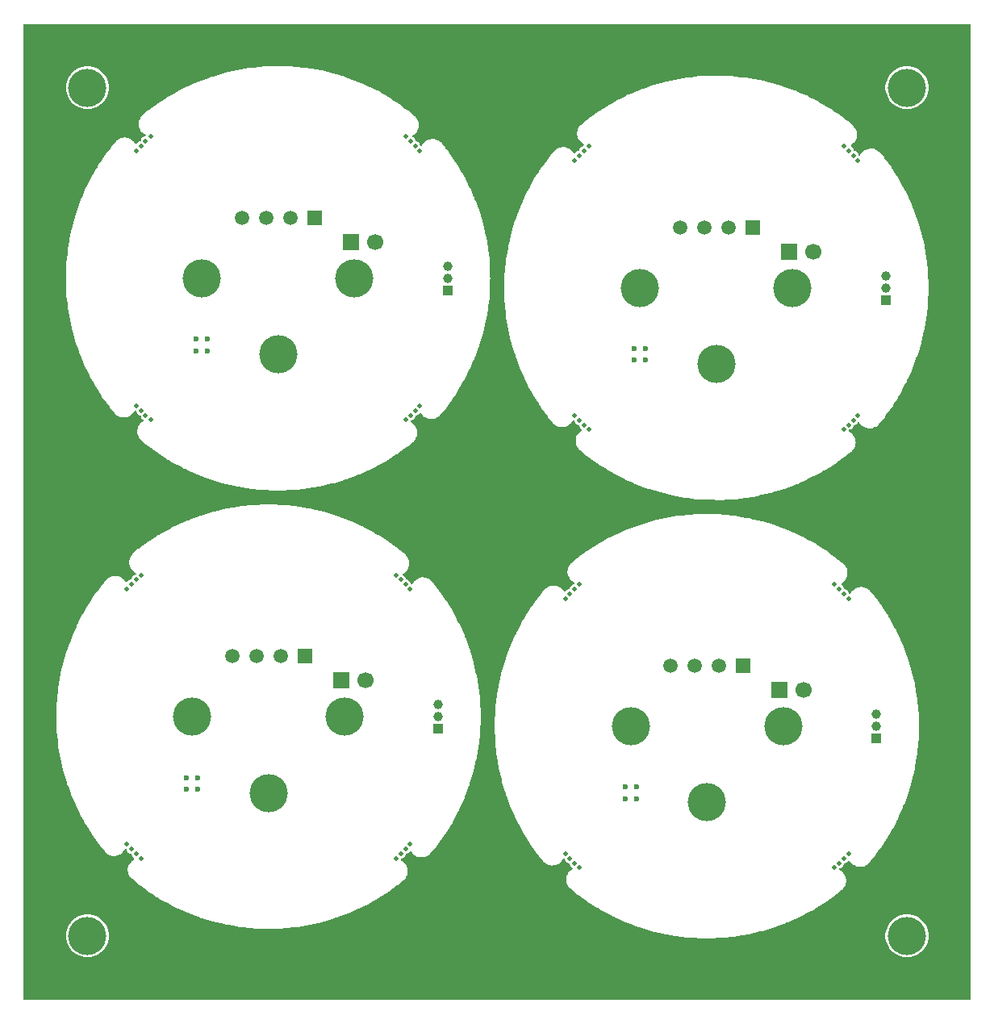
<source format=gbl>
G04*
G04 #@! TF.GenerationSoftware,Altium Limited,Altium Designer,22.4.2 (48)*
G04*
G04 Layer_Physical_Order=2*
G04 Layer_Color=16711680*
%FSLAX25Y25*%
%MOIN*%
G70*
G04*
G04 #@! TF.SameCoordinates,26249B9F-D8ED-40E7-B964-7C6F937C0492*
G04*
G04*
G04 #@! TF.FilePolarity,Positive*
G04*
G01*
G75*
%ADD13C,0.15748*%
%ADD14C,0.01968*%
%ADD15R,0.03937X0.03937*%
%ADD16C,0.03937*%
%ADD17C,0.06693*%
%ADD18R,0.06693X0.06693*%
%ADD19C,0.05906*%
%ADD20R,0.05906X0.05906*%
%ADD21C,0.02362*%
G36*
X368858Y-18465D02*
X-22402D01*
X-22402Y384607D01*
X368858D01*
Y-18465D01*
D02*
G37*
%LPC*%
G36*
X82677Y367189D02*
X82010Y367167D01*
X80577Y367173D01*
X80548Y367168D01*
X80518Y367172D01*
X77885Y367032D01*
X76944Y367001D01*
X76517Y366959D01*
X75518Y366906D01*
X75489Y366898D01*
X75459Y366901D01*
X71893Y366504D01*
X71235Y366439D01*
X71076Y366412D01*
X70483Y366346D01*
X70454Y366337D01*
X70424Y366338D01*
X65488Y365497D01*
X65460Y365486D01*
X65430Y365485D01*
X60551Y364361D01*
X60524Y364348D01*
X60494Y364346D01*
X60051Y364216D01*
X59989Y364202D01*
X59656Y364101D01*
X55688Y362941D01*
X55662Y362927D01*
X55632Y362923D01*
X54823Y362635D01*
X54499Y362537D01*
X53653Y362218D01*
X50915Y361243D01*
X50889Y361227D01*
X50860Y361221D01*
X49682Y360723D01*
X49131Y360516D01*
X48288Y360134D01*
X46248Y359272D01*
X46223Y359255D01*
X46194Y359247D01*
X44634Y358478D01*
X43906Y358148D01*
X43218Y357781D01*
X41703Y357034D01*
X41679Y357016D01*
X41651Y357007D01*
X39669Y355884D01*
X38847Y355444D01*
X38368Y355146D01*
X37294Y354538D01*
X37271Y354519D01*
X37244Y354508D01*
X34725Y352882D01*
X33975Y352415D01*
X33723Y352234D01*
X33037Y351792D01*
X33016Y351771D01*
X32989Y351758D01*
X29478Y349192D01*
X29313Y349074D01*
X29286Y349052D01*
X28946Y348804D01*
X28926Y348782D01*
X28899Y348767D01*
X26566Y346846D01*
X26482Y346743D01*
X26385Y346652D01*
X25782Y345808D01*
X25727Y345686D01*
X25657Y345573D01*
X25294Y344602D01*
X25272Y344470D01*
X25234Y344342D01*
X25134Y343310D01*
X25147Y343177D01*
X25143Y343044D01*
X25313Y342021D01*
X25361Y341896D01*
X25391Y341767D01*
X25821Y340823D01*
X25899Y340714D01*
X25962Y340597D01*
X26621Y339796D01*
X26724Y339712D01*
X26816Y339615D01*
X27660Y339012D01*
X27781Y338957D01*
X27894Y338887D01*
X27996Y338653D01*
X27779Y338153D01*
X27585D01*
X26856Y337851D01*
X26298Y337293D01*
X25995Y336563D01*
Y336209D01*
X25642D01*
X24912Y335907D01*
X24354Y335349D01*
X24257Y335114D01*
X23965Y335059D01*
X23704Y335087D01*
X23660Y335150D01*
X23655Y335161D01*
X23619Y335208D01*
X23056Y336012D01*
X22944Y336119D01*
X22842Y336236D01*
X21880Y336974D01*
X21741Y337043D01*
X21608Y337123D01*
X20686Y337459D01*
X20632Y337481D01*
X20620Y337483D01*
X20469Y337538D01*
X20315Y337561D01*
X20165Y337598D01*
X19534Y337626D01*
X19343Y337651D01*
X19247Y337638D01*
X18953Y337651D01*
X18800Y337628D01*
X18645Y337617D01*
X18217Y337503D01*
X18054Y337481D01*
X17902Y337418D01*
X17474Y337304D01*
X17335Y337235D01*
X17190Y337179D01*
X16942Y337021D01*
X16853Y336984D01*
X16700Y336867D01*
X16168Y336527D01*
X16055Y336420D01*
X15934Y336323D01*
X15831Y336200D01*
X15822Y336192D01*
X15786Y336146D01*
X13935Y333941D01*
X13921Y333914D01*
X13899Y333894D01*
X13362Y333173D01*
X13131Y332892D01*
X12596Y332146D01*
X10907Y329879D01*
X10894Y329852D01*
X10873Y329831D01*
X10146Y328726D01*
X9790Y328229D01*
X9307Y327453D01*
X8119Y325649D01*
X8107Y325622D01*
X8088Y325599D01*
X7192Y324052D01*
X6760Y323358D01*
X6402Y322687D01*
X5579Y321266D01*
X5569Y321237D01*
X5551Y321214D01*
X4499Y319127D01*
X4056Y318299D01*
X3833Y317807D01*
X3297Y316743D01*
X3289Y316714D01*
X3272Y316689D01*
X2043Y313856D01*
X1689Y313074D01*
X1589Y312808D01*
X1280Y312095D01*
X1273Y312066D01*
X1258Y312041D01*
X-318Y307743D01*
X-332Y307705D01*
X-334Y307699D01*
X-466Y307339D01*
X-470Y307310D01*
X-484Y307283D01*
X-1933Y302490D01*
X-1936Y302461D01*
X-1949Y302434D01*
X-3118Y297565D01*
X-3119Y297535D01*
X-3130Y297507D01*
X-3250Y296840D01*
X-3300Y296629D01*
X-3425Y295870D01*
X-4017Y292579D01*
X-4016Y292549D01*
X-4026Y292521D01*
X-4156Y291443D01*
X-4234Y290970D01*
X-4327Y290029D01*
X-4626Y287550D01*
X-4624Y287520D01*
X-4631Y287491D01*
X-4727Y285968D01*
X-4796Y285261D01*
X-4824Y284404D01*
X-4944Y282493D01*
X-4940Y282464D01*
X-4946Y282435D01*
X-4955Y280413D01*
X-4984Y279528D01*
X-4962Y278860D01*
X-4969Y277427D01*
X-4963Y277398D01*
X-4967Y277368D01*
X-4827Y274734D01*
X-4796Y273794D01*
X-4754Y273368D01*
X-4701Y272368D01*
X-4694Y272339D01*
X-4696Y272310D01*
X-4299Y268742D01*
X-4234Y268086D01*
X-4208Y267927D01*
X-4142Y267333D01*
X-4133Y267305D01*
X-4133Y267275D01*
X-3292Y262339D01*
X-3282Y262311D01*
X-3281Y262281D01*
X-2156Y257402D01*
X-2144Y257374D01*
X-2141Y257345D01*
X-2011Y256901D01*
X-1997Y256839D01*
X-1897Y256508D01*
X-736Y252538D01*
X-722Y252512D01*
X-718Y252482D01*
X-430Y251673D01*
X-332Y251350D01*
X-14Y250504D01*
X962Y247765D01*
X977Y247740D01*
X983Y247710D01*
X1481Y246532D01*
X1689Y245981D01*
X2070Y245139D01*
X2933Y243098D01*
X2950Y243074D01*
X2957Y243045D01*
X3726Y241484D01*
X4056Y240756D01*
X4424Y240068D01*
X5170Y238553D01*
X5189Y238529D01*
X5198Y238501D01*
X6321Y236519D01*
X6760Y235697D01*
X7058Y235218D01*
X7666Y234144D01*
X7686Y234122D01*
X7697Y234094D01*
X9324Y231575D01*
X9790Y230826D01*
X9970Y230574D01*
X10413Y229888D01*
X10434Y229866D01*
X10447Y229839D01*
X13013Y226327D01*
X13131Y226163D01*
X13152Y226137D01*
X13401Y225796D01*
X13423Y225776D01*
X13437Y225750D01*
X15029Y223817D01*
X15029Y223817D01*
X15416Y223347D01*
X15536Y223249D01*
X15648Y223140D01*
X16217Y222771D01*
X16366Y222657D01*
X16442Y222625D01*
X16669Y222478D01*
X16814Y222420D01*
X16953Y222351D01*
X17408Y222225D01*
X17567Y222159D01*
X17722Y222139D01*
X18126Y222027D01*
X18282Y222016D01*
X18436Y221991D01*
X18750Y222003D01*
X18856Y221989D01*
X19048Y222015D01*
X19652Y222038D01*
X19804Y222074D01*
X19958Y222097D01*
X20124Y222156D01*
X20145Y222159D01*
X20231Y222195D01*
X21103Y222508D01*
X21237Y222588D01*
X21377Y222656D01*
X22345Y223394D01*
X22448Y223511D01*
X22561Y223618D01*
X23146Y224449D01*
X23169Y224479D01*
X23171Y224486D01*
X23261Y224613D01*
X23324Y224756D01*
X23399Y224892D01*
X23531Y224954D01*
X23767Y224856D01*
X24052D01*
Y224435D01*
X24354Y223706D01*
X24912Y223148D01*
X25642Y222846D01*
X25995D01*
Y222492D01*
X26298Y221763D01*
X26856Y221204D01*
X27099Y221104D01*
X27162Y220874D01*
X27119Y220554D01*
X27114Y220552D01*
X27054Y220510D01*
X27044Y220506D01*
X26997Y220470D01*
X26265Y219957D01*
X26173Y219861D01*
X26068Y219777D01*
X26022Y219722D01*
X26012Y219714D01*
X25976Y219668D01*
X25402Y218983D01*
X25338Y218866D01*
X25259Y218759D01*
X25228Y218692D01*
X25221Y218683D01*
X25198Y218629D01*
X24821Y217819D01*
X24789Y217689D01*
X24741Y217565D01*
X24728Y217493D01*
X24723Y217482D01*
X24716Y217424D01*
X24561Y216544D01*
X24563Y216410D01*
X24549Y216278D01*
X24555Y216205D01*
X24554Y216193D01*
X24561Y216135D01*
X24639Y215245D01*
X24677Y215117D01*
X24697Y214985D01*
X24722Y214916D01*
X24723Y214904D01*
X24746Y214851D01*
X25052Y214010D01*
X25121Y213896D01*
X25174Y213774D01*
X25216Y213714D01*
X25221Y213703D01*
X25256Y213657D01*
X25769Y212925D01*
X25866Y212832D01*
X25949Y212728D01*
X26005Y212681D01*
X26012Y212672D01*
X26059Y212636D01*
X26346Y212395D01*
X26346Y212395D01*
X28264Y210786D01*
X28290Y210771D01*
X28310Y210749D01*
X29031Y210212D01*
X29313Y209981D01*
X30059Y209446D01*
X32326Y207757D01*
X32353Y207745D01*
X32374Y207724D01*
X33478Y206996D01*
X33975Y206640D01*
X34752Y206157D01*
X36555Y204969D01*
X36583Y204958D01*
X36605Y204938D01*
X38153Y204042D01*
X38847Y203611D01*
X39518Y203252D01*
X40939Y202429D01*
X40967Y202420D01*
X40991Y202401D01*
X43078Y201349D01*
X43906Y200907D01*
X44398Y200684D01*
X45462Y200147D01*
X45491Y200139D01*
X45515Y200122D01*
X48349Y198894D01*
X49131Y198539D01*
X49396Y198439D01*
X50109Y198130D01*
X50138Y198124D01*
X50164Y198108D01*
X54461Y196533D01*
X54499Y196519D01*
X54505Y196517D01*
X54865Y196385D01*
X54895Y196380D01*
X54921Y196366D01*
X59714Y194917D01*
X59744Y194914D01*
X59771Y194902D01*
X64640Y193732D01*
X64670Y193731D01*
X64697Y193720D01*
X65364Y193600D01*
X65575Y193551D01*
X66336Y193425D01*
X69626Y192833D01*
X69656Y192834D01*
X69684Y192825D01*
X70762Y192694D01*
X71235Y192616D01*
X72176Y192524D01*
X74655Y192224D01*
X74685Y192227D01*
X74714Y192219D01*
X76236Y192124D01*
X76944Y192054D01*
X77801Y192026D01*
X79711Y191907D01*
X79741Y191911D01*
X79770Y191905D01*
X81792Y191895D01*
X82677Y191867D01*
X83345Y191888D01*
X84777Y191882D01*
X84807Y191887D01*
X84836Y191883D01*
X87470Y192023D01*
X88411Y192054D01*
X88837Y192096D01*
X89836Y192149D01*
X89865Y192157D01*
X89895Y192154D01*
X93462Y192552D01*
X94119Y192616D01*
X94278Y192643D01*
X94872Y192709D01*
X94900Y192718D01*
X94930Y192717D01*
X99866Y193558D01*
X99894Y193569D01*
X99924Y193570D01*
X104803Y194694D01*
X104830Y194707D01*
X104860Y194709D01*
X105303Y194839D01*
X105366Y194853D01*
X105698Y194954D01*
X109666Y196114D01*
X109693Y196128D01*
X109722Y196132D01*
X110531Y196420D01*
X110855Y196519D01*
X111701Y196837D01*
X114439Y197812D01*
X114465Y197828D01*
X114494Y197834D01*
X115672Y198332D01*
X116224Y198539D01*
X117066Y198921D01*
X119106Y199783D01*
X119131Y199800D01*
X119160Y199808D01*
X120720Y200577D01*
X121449Y200907D01*
X122137Y201275D01*
X123652Y202021D01*
X123675Y202039D01*
X123704Y202048D01*
X125685Y203171D01*
X126508Y203611D01*
X126987Y203909D01*
X128060Y204517D01*
X128083Y204537D01*
X128111Y204548D01*
X130629Y206173D01*
X131379Y206640D01*
X131632Y206821D01*
X132317Y207264D01*
X132339Y207284D01*
X132366Y207297D01*
X135876Y209862D01*
X136042Y209981D01*
X136068Y210003D01*
X136408Y210251D01*
X136429Y210274D01*
X136455Y210288D01*
X138388Y211879D01*
X138388Y211879D01*
X138724Y212156D01*
X138733Y212167D01*
X138757Y212185D01*
X138813Y212259D01*
X138881Y212317D01*
X139416Y213005D01*
X139467Y213106D01*
X139533Y213196D01*
X139535Y213200D01*
X139548Y213217D01*
X139584Y213303D01*
X139906Y213985D01*
X139933Y214094D01*
X139978Y214197D01*
X140007Y214325D01*
X140046Y214418D01*
X140071Y214609D01*
X140169Y215048D01*
X140172Y215160D01*
X140194Y215271D01*
Y215543D01*
X140215Y215707D01*
X140194Y215870D01*
X140194Y216266D01*
X140166Y216407D01*
X140153Y216551D01*
X140063Y216861D01*
X140046Y216995D01*
X139974Y217167D01*
X139841Y217626D01*
X139775Y217754D01*
X139723Y217888D01*
X139587Y218103D01*
X139548Y218196D01*
X139430Y218350D01*
X139124Y218834D01*
X139024Y218938D01*
X138937Y219052D01*
X138795Y219178D01*
X138757Y219228D01*
X138619Y219334D01*
X138098Y219794D01*
X137974Y219866D01*
X137858Y219951D01*
X137742Y220006D01*
X137725Y220019D01*
X137645Y220052D01*
X137208Y220278D01*
X137349Y220618D01*
Y220902D01*
X137769D01*
X138499Y221204D01*
X139057Y221763D01*
X139359Y222492D01*
Y222846D01*
X139713D01*
X140442Y223148D01*
X141000Y223706D01*
X141101Y223949D01*
X141330Y224012D01*
X141651Y223969D01*
X141653Y223965D01*
X141695Y223905D01*
X141699Y223894D01*
X141734Y223848D01*
X142247Y223115D01*
X142344Y223023D01*
X142427Y222919D01*
X142483Y222872D01*
X142490Y222863D01*
X142536Y222827D01*
X143222Y222252D01*
X143339Y222188D01*
X143446Y222109D01*
X143512Y222078D01*
X143522Y222071D01*
X143575Y222049D01*
X144386Y221671D01*
X144516Y221639D01*
X144640Y221591D01*
X144712Y221578D01*
X144723Y221574D01*
X144780Y221566D01*
X145661Y221411D01*
X145794Y221414D01*
X145927Y221399D01*
X146000Y221406D01*
X146012Y221404D01*
X146069Y221412D01*
X146960Y221490D01*
X147088Y221527D01*
X147220Y221547D01*
X147289Y221572D01*
X147300Y221574D01*
X147354Y221596D01*
X148195Y221902D01*
X148309Y221971D01*
X148431Y222025D01*
X148491Y222067D01*
X148501Y222071D01*
X148548Y222107D01*
X149280Y222620D01*
X149372Y222716D01*
X149476Y222799D01*
X149523Y222855D01*
X149533Y222863D01*
X149569Y222909D01*
X151430Y225127D01*
X151444Y225154D01*
X151467Y225174D01*
X152001Y225892D01*
X152223Y226163D01*
X152754Y226903D01*
X154476Y229217D01*
X154489Y229244D01*
X154510Y229265D01*
X155222Y230347D01*
X155565Y230826D01*
X156053Y231611D01*
X157280Y233477D01*
X157292Y233505D01*
X157311Y233527D01*
X158177Y235026D01*
X158594Y235697D01*
X158966Y236394D01*
X159832Y237893D01*
X159841Y237921D01*
X159860Y237945D01*
X160862Y239941D01*
X161298Y240756D01*
X161541Y241292D01*
X162122Y242449D01*
X162130Y242478D01*
X162147Y242503D01*
X163289Y245150D01*
X163665Y245981D01*
X163789Y246309D01*
X164144Y247131D01*
X164150Y247161D01*
X164165Y247186D01*
X165525Y250921D01*
X165686Y251350D01*
X165713Y251437D01*
X165889Y251923D01*
X165894Y251953D01*
X165908Y251979D01*
X167354Y256808D01*
X167357Y256838D01*
X167369Y256865D01*
X168531Y261770D01*
X168533Y261800D01*
X168543Y261828D01*
X168633Y262336D01*
X168654Y262426D01*
X168728Y262877D01*
X169419Y266792D01*
X169418Y266822D01*
X169427Y266850D01*
X169531Y267739D01*
X169588Y268086D01*
X169678Y268993D01*
X170012Y271857D01*
X170010Y271887D01*
X170018Y271916D01*
X170093Y273209D01*
X170151Y273794D01*
X170181Y274718D01*
X170311Y276948D01*
X170307Y276978D01*
X170312Y277007D01*
X170312Y278738D01*
X170338Y279528D01*
X170312Y280317D01*
X170312Y282015D01*
X170307Y282044D01*
X170311Y282073D01*
X170181Y284329D01*
X170151Y285261D01*
X170095Y285823D01*
X170025Y287039D01*
X170018Y287068D01*
X170020Y287097D01*
X169674Y290101D01*
X169588Y290970D01*
X169540Y291263D01*
X169450Y292038D01*
X169441Y292067D01*
X169442Y292096D01*
X168661Y296587D01*
X168654Y296629D01*
X168652Y296636D01*
X168590Y296997D01*
X168579Y297024D01*
X168578Y297054D01*
X167446Y301898D01*
X167434Y301925D01*
X167431Y301954D01*
X166023Y306725D01*
X166009Y306751D01*
X166004Y306780D01*
X165761Y307459D01*
X165686Y307705D01*
X165394Y308482D01*
X164325Y311462D01*
X164309Y311488D01*
X164303Y311517D01*
X163852Y312579D01*
X163665Y313074D01*
X163277Y313932D01*
X162358Y316094D01*
X162341Y316119D01*
X162333Y316147D01*
X161613Y317605D01*
X161298Y318299D01*
X160913Y319019D01*
X160128Y320606D01*
X160110Y320630D01*
X160101Y320658D01*
X159028Y322546D01*
X158594Y323358D01*
X158277Y323868D01*
X157644Y324982D01*
X157624Y325005D01*
X157613Y325032D01*
X156042Y327462D01*
X155565Y328229D01*
X155368Y328504D01*
X154912Y329209D01*
X154891Y329230D01*
X154879Y329257D01*
X152385Y332667D01*
X152223Y332892D01*
X152193Y332930D01*
X151942Y333272D01*
X151920Y333292D01*
X151907Y333318D01*
X150326Y335238D01*
X150326Y335238D01*
X149996Y335638D01*
X149893Y335723D01*
X149801Y335820D01*
X148957Y336422D01*
X148836Y336477D01*
X148722Y336547D01*
X147751Y336911D01*
X147619Y336933D01*
X147492Y336971D01*
X146460Y337071D01*
X146327Y337058D01*
X146194Y337062D01*
X145171Y336891D01*
X145046Y336844D01*
X144916Y336813D01*
X143972Y336384D01*
X143864Y336306D01*
X143746Y336243D01*
X142946Y335584D01*
X142862Y335480D01*
X142764Y335389D01*
X142162Y334545D01*
X142107Y334424D01*
X142037Y334310D01*
X141802Y334208D01*
X141302Y334425D01*
Y334620D01*
X141000Y335349D01*
X140442Y335907D01*
X139713Y336209D01*
X139359D01*
Y336563D01*
X139057Y337293D01*
X138499Y337851D01*
X138229Y337962D01*
X138217Y338509D01*
X138257Y338527D01*
X138311Y338549D01*
X138320Y338557D01*
X138426Y338606D01*
X138542Y338691D01*
X138667Y338763D01*
X139210Y339240D01*
X139342Y339341D01*
X139376Y339385D01*
X139513Y339505D01*
X139601Y339619D01*
X139700Y339724D01*
X140016Y340219D01*
X140134Y340372D01*
X140171Y340461D01*
X140305Y340672D01*
X140357Y340807D01*
X140424Y340935D01*
X140559Y341401D01*
X140631Y341573D01*
X140648Y341706D01*
X140738Y342014D01*
X140751Y342158D01*
X140779Y342300D01*
X140779Y342698D01*
X140801Y342862D01*
X140779Y343025D01*
Y343293D01*
X140757Y343403D01*
X140755Y343514D01*
X140656Y343960D01*
X140631Y344151D01*
X140594Y344240D01*
X140568Y344356D01*
X140523Y344458D01*
X140497Y344566D01*
X140156Y345297D01*
X140134Y345352D01*
X140065Y345441D01*
X140017Y345538D01*
X139492Y346222D01*
X139411Y346294D01*
X139342Y346383D01*
X139295Y346419D01*
X137090Y348269D01*
X137064Y348284D01*
X137044Y348306D01*
X136323Y348843D01*
X136042Y349074D01*
X135294Y349609D01*
X133029Y351298D01*
X133002Y351310D01*
X132980Y351331D01*
X131877Y352059D01*
X131379Y352415D01*
X130602Y352899D01*
X128799Y354086D01*
X128771Y354097D01*
X128749Y354117D01*
X127202Y355013D01*
X126508Y355444D01*
X125836Y355803D01*
X124415Y356626D01*
X124387Y356635D01*
X124364Y356654D01*
X122277Y357706D01*
X121449Y358148D01*
X120956Y358372D01*
X119892Y358908D01*
X119863Y358916D01*
X119839Y358933D01*
X117007Y360161D01*
X116224Y360516D01*
X115957Y360616D01*
X115245Y360925D01*
X115216Y360931D01*
X115190Y360947D01*
X110895Y362522D01*
X110855Y362537D01*
X110849Y362538D01*
X110489Y362670D01*
X110459Y362675D01*
X110433Y362689D01*
X105640Y364138D01*
X105610Y364141D01*
X105583Y364153D01*
X100715Y365323D01*
X100685Y365324D01*
X100657Y365335D01*
X99990Y365455D01*
X99779Y365504D01*
X99018Y365630D01*
X95729Y366222D01*
X95699Y366221D01*
X95670Y366230D01*
X94593Y366360D01*
X94119Y366439D01*
X93177Y366531D01*
X90699Y366831D01*
X90670Y366828D01*
X90641Y366836D01*
X89118Y366931D01*
X88411Y367001D01*
X87553Y367029D01*
X85643Y367148D01*
X85614Y367144D01*
X85584Y367150D01*
X83563Y367160D01*
X82677Y367189D01*
D02*
G37*
G36*
X263779Y363252D02*
X263112Y363230D01*
X261679Y363236D01*
X261650Y363231D01*
X261620Y363235D01*
X258987Y363095D01*
X258046Y363064D01*
X257620Y363022D01*
X256620Y362969D01*
X256591Y362961D01*
X256562Y362964D01*
X252996Y362566D01*
X252338Y362502D01*
X252179Y362475D01*
X251585Y362409D01*
X251557Y362400D01*
X251527Y362401D01*
X246591Y361560D01*
X246563Y361549D01*
X246533Y361548D01*
X241654Y360424D01*
X241626Y360411D01*
X241597Y360409D01*
X241153Y360279D01*
X241091Y360265D01*
X240758Y360164D01*
X236790Y359004D01*
X236764Y358990D01*
X236734Y358986D01*
X235925Y358698D01*
X235602Y358599D01*
X234756Y358281D01*
X232017Y357306D01*
X231992Y357290D01*
X231962Y357284D01*
X230785Y356786D01*
X230233Y356579D01*
X229391Y356197D01*
X227350Y355335D01*
X227326Y355318D01*
X227297Y355310D01*
X225736Y354541D01*
X225008Y354211D01*
X224320Y353844D01*
X222805Y353097D01*
X222781Y353079D01*
X222753Y353070D01*
X220771Y351947D01*
X219949Y351507D01*
X219470Y351209D01*
X218396Y350601D01*
X218374Y350582D01*
X218346Y350571D01*
X215828Y348945D01*
X215078Y348478D01*
X214825Y348297D01*
X214140Y347854D01*
X214118Y347834D01*
X214091Y347821D01*
X210580Y345255D01*
X210415Y345137D01*
X210389Y345115D01*
X210048Y344867D01*
X210028Y344845D01*
X210002Y344830D01*
X207669Y342909D01*
X207585Y342806D01*
X207487Y342715D01*
X206885Y341871D01*
X206830Y341749D01*
X206760Y341636D01*
X206396Y340665D01*
X206374Y340533D01*
X206336Y340405D01*
X206236Y339373D01*
X206249Y339240D01*
X206245Y339107D01*
X206416Y338084D01*
X206463Y337959D01*
X206494Y337830D01*
X206923Y336886D01*
X207001Y336777D01*
X207064Y336660D01*
X207723Y335859D01*
X207827Y335775D01*
X207918Y335678D01*
X208762Y335075D01*
X208883Y335020D01*
X208997Y334950D01*
X209099Y334716D01*
X208882Y334216D01*
X208687D01*
X207958Y333914D01*
X207400Y333355D01*
X207098Y332626D01*
Y332272D01*
X206744D01*
X206015Y331970D01*
X205456Y331412D01*
X205359Y331176D01*
X205067Y331122D01*
X204807Y331150D01*
X204762Y331213D01*
X204758Y331224D01*
X204722Y331271D01*
X204159Y332075D01*
X204047Y332182D01*
X203944Y332299D01*
X202982Y333037D01*
X202843Y333106D01*
X202711Y333186D01*
X201788Y333522D01*
X201734Y333544D01*
X201722Y333546D01*
X201571Y333601D01*
X201418Y333624D01*
X201267Y333661D01*
X200636Y333689D01*
X200445Y333714D01*
X200349Y333701D01*
X200056Y333714D01*
X199902Y333691D01*
X199747Y333681D01*
X199320Y333566D01*
X199156Y333544D01*
X199004Y333481D01*
X198576Y333367D01*
X198437Y333298D01*
X198292Y333242D01*
X198045Y333084D01*
X197955Y333047D01*
X197803Y332930D01*
X197270Y332590D01*
X197158Y332483D01*
X197037Y332386D01*
X196933Y332263D01*
X196924Y332256D01*
X196888Y332209D01*
X195038Y330003D01*
X195023Y329977D01*
X195001Y329957D01*
X194464Y329236D01*
X194233Y328955D01*
X193699Y328209D01*
X192009Y325942D01*
X191997Y325915D01*
X191976Y325894D01*
X191248Y324789D01*
X190892Y324292D01*
X190409Y323516D01*
X189221Y321712D01*
X189210Y321685D01*
X189190Y321662D01*
X188294Y320115D01*
X187863Y319421D01*
X187504Y318750D01*
X186681Y317329D01*
X186672Y317301D01*
X186653Y317277D01*
X185601Y315189D01*
X185159Y314362D01*
X184936Y313870D01*
X184399Y312806D01*
X184391Y312777D01*
X184374Y312752D01*
X183145Y309919D01*
X182791Y309137D01*
X182691Y308871D01*
X182382Y308158D01*
X182376Y308129D01*
X182360Y308104D01*
X180785Y303805D01*
X180771Y303768D01*
X180769Y303763D01*
X180637Y303402D01*
X180632Y303373D01*
X180618Y303346D01*
X179169Y298553D01*
X179166Y298524D01*
X179154Y298497D01*
X177984Y293628D01*
X177983Y293598D01*
X177972Y293570D01*
X177852Y292903D01*
X177803Y292692D01*
X177677Y291933D01*
X177085Y288642D01*
X177086Y288612D01*
X177077Y288584D01*
X176946Y287506D01*
X176868Y287033D01*
X176776Y286092D01*
X176476Y283613D01*
X176479Y283583D01*
X176471Y283554D01*
X176376Y282031D01*
X176306Y281324D01*
X176278Y280467D01*
X176159Y278556D01*
X176163Y278527D01*
X176157Y278498D01*
X176147Y276476D01*
X176118Y275590D01*
X176140Y274923D01*
X176134Y273490D01*
X176139Y273461D01*
X176135Y273431D01*
X176275Y270797D01*
X176306Y269857D01*
X176348Y269431D01*
X176401Y268431D01*
X176409Y268402D01*
X176406Y268373D01*
X176804Y264805D01*
X176868Y264148D01*
X176894Y263990D01*
X176961Y263396D01*
X176970Y263368D01*
X176969Y263338D01*
X177810Y258402D01*
X177821Y258374D01*
X177822Y258344D01*
X178946Y253465D01*
X178959Y253437D01*
X178961Y253408D01*
X179091Y252964D01*
X179105Y252902D01*
X179206Y252571D01*
X180366Y248601D01*
X180380Y248575D01*
X180384Y248545D01*
X180673Y247736D01*
X180771Y247413D01*
X181089Y246567D01*
X182064Y243828D01*
X182080Y243803D01*
X182086Y243774D01*
X182584Y242595D01*
X182791Y242044D01*
X183173Y241202D01*
X184035Y239161D01*
X184052Y239137D01*
X184060Y239108D01*
X184829Y237547D01*
X185159Y236819D01*
X185526Y236131D01*
X186273Y234616D01*
X186291Y234592D01*
X186300Y234564D01*
X187424Y232582D01*
X187863Y231760D01*
X188161Y231281D01*
X188769Y230207D01*
X188788Y230185D01*
X188799Y230157D01*
X190426Y227638D01*
X190892Y226889D01*
X191073Y226637D01*
X191516Y225951D01*
X191536Y225929D01*
X191549Y225902D01*
X194115Y222390D01*
X194233Y222226D01*
X194255Y222200D01*
X194503Y221859D01*
X194526Y221839D01*
X194540Y221813D01*
X196131Y219880D01*
X196131Y219880D01*
X196518Y219410D01*
X196639Y219312D01*
X196750Y219203D01*
X197320Y218834D01*
X197469Y218720D01*
X197544Y218688D01*
X197772Y218541D01*
X197916Y218483D01*
X198056Y218413D01*
X198510Y218288D01*
X198670Y218222D01*
X198824Y218202D01*
X199229Y218090D01*
X199384Y218079D01*
X199538Y218055D01*
X199853Y218066D01*
X199959Y218053D01*
X200150Y218078D01*
X200754Y218101D01*
X200906Y218137D01*
X201060Y218160D01*
X201226Y218219D01*
X201247Y218222D01*
X201333Y218258D01*
X202206Y218571D01*
X202339Y218651D01*
X202479Y218719D01*
X203447Y219457D01*
X203550Y219574D01*
X203663Y219681D01*
X204248Y220512D01*
X204271Y220542D01*
X204274Y220549D01*
X204364Y220676D01*
X204427Y220819D01*
X204502Y220955D01*
X204633Y221017D01*
X204870Y220919D01*
X205154D01*
Y220498D01*
X205456Y219769D01*
X206015Y219211D01*
X206744Y218909D01*
X207098D01*
Y218555D01*
X207400Y217826D01*
X207958Y217267D01*
X208201Y217167D01*
X208265Y216937D01*
X208221Y216617D01*
X208217Y216615D01*
X208157Y216573D01*
X208146Y216569D01*
X208099Y216533D01*
X207367Y216020D01*
X207275Y215924D01*
X207171Y215840D01*
X207124Y215785D01*
X207115Y215777D01*
X207079Y215731D01*
X206504Y215046D01*
X206440Y214929D01*
X206361Y214822D01*
X206330Y214755D01*
X206323Y214746D01*
X206301Y214692D01*
X205923Y213882D01*
X205891Y213752D01*
X205843Y213628D01*
X205830Y213556D01*
X205826Y213545D01*
X205818Y213487D01*
X205663Y212607D01*
X205666Y212473D01*
X205651Y212341D01*
X205658Y212268D01*
X205656Y212256D01*
X205664Y212198D01*
X205742Y211308D01*
X205779Y211179D01*
X205799Y211048D01*
X205824Y210979D01*
X205826Y210967D01*
X205848Y210914D01*
X206154Y210073D01*
X206223Y209959D01*
X206277Y209837D01*
X206319Y209777D01*
X206323Y209766D01*
X206359Y209720D01*
X206872Y208988D01*
X206968Y208895D01*
X207051Y208791D01*
X207107Y208744D01*
X207115Y208735D01*
X207161Y208699D01*
X207449Y208458D01*
X207449Y208458D01*
X209367Y206849D01*
X209393Y206834D01*
X209413Y206812D01*
X210134Y206275D01*
X210415Y206044D01*
X211161Y205509D01*
X213428Y203820D01*
X213455Y203808D01*
X213476Y203787D01*
X214581Y203059D01*
X215078Y202703D01*
X215854Y202220D01*
X217658Y201032D01*
X217685Y201021D01*
X217708Y201001D01*
X219255Y200105D01*
X219949Y199674D01*
X220620Y199315D01*
X222041Y198492D01*
X222070Y198483D01*
X222093Y198464D01*
X224181Y197412D01*
X225008Y196970D01*
X225500Y196747D01*
X226564Y196210D01*
X226593Y196202D01*
X226618Y196185D01*
X229451Y194957D01*
X230233Y194602D01*
X230499Y194502D01*
X231212Y194193D01*
X231241Y194187D01*
X231266Y194171D01*
X235564Y192596D01*
X235602Y192582D01*
X235608Y192580D01*
X235968Y192448D01*
X235997Y192443D01*
X236024Y192429D01*
X240817Y190980D01*
X240846Y190977D01*
X240874Y190965D01*
X245742Y189795D01*
X245772Y189794D01*
X245800Y189783D01*
X246467Y189663D01*
X246678Y189614D01*
X247438Y189488D01*
X250728Y188897D01*
X250758Y188897D01*
X250786Y188888D01*
X251864Y188758D01*
X252338Y188679D01*
X253279Y188587D01*
X255757Y188287D01*
X255787Y188290D01*
X255816Y188282D01*
X257339Y188187D01*
X258046Y188117D01*
X258903Y188089D01*
X260814Y187970D01*
X260843Y187974D01*
X260873Y187968D01*
X262894Y187958D01*
X263779Y187929D01*
X264447Y187951D01*
X265880Y187945D01*
X265909Y187950D01*
X265939Y187946D01*
X268572Y188086D01*
X269513Y188117D01*
X269939Y188159D01*
X270939Y188212D01*
X270968Y188220D01*
X270998Y188217D01*
X274564Y188615D01*
X275222Y188679D01*
X275380Y188706D01*
X275974Y188772D01*
X276002Y188781D01*
X276032Y188780D01*
X280968Y189621D01*
X280996Y189632D01*
X281026Y189633D01*
X285905Y190758D01*
X285933Y190770D01*
X285962Y190772D01*
X286406Y190902D01*
X286468Y190916D01*
X286800Y191017D01*
X290769Y192177D01*
X290795Y192191D01*
X290825Y192195D01*
X291634Y192483D01*
X291957Y192582D01*
X292804Y192900D01*
X295542Y193875D01*
X295567Y193891D01*
X295597Y193897D01*
X296775Y194395D01*
X297326Y194602D01*
X298168Y194984D01*
X300209Y195846D01*
X300233Y195863D01*
X300262Y195871D01*
X301823Y196640D01*
X302551Y196970D01*
X303239Y197338D01*
X304754Y198084D01*
X304778Y198102D01*
X304806Y198111D01*
X306787Y199234D01*
X307610Y199674D01*
X308089Y199972D01*
X309162Y200580D01*
X309185Y200600D01*
X309213Y200610D01*
X311731Y202236D01*
X312481Y202703D01*
X312734Y202884D01*
X313420Y203327D01*
X313441Y203347D01*
X313468Y203360D01*
X316978Y205925D01*
X317144Y206044D01*
X317171Y206066D01*
X317511Y206314D01*
X317531Y206336D01*
X317557Y206351D01*
X319490Y207942D01*
X319490Y207942D01*
X319826Y208219D01*
X319835Y208230D01*
X319859Y208248D01*
X319916Y208322D01*
X319983Y208380D01*
X320518Y209068D01*
X320569Y209169D01*
X320636Y209259D01*
X320637Y209263D01*
X320651Y209280D01*
X320686Y209366D01*
X321008Y210048D01*
X321035Y210157D01*
X321081Y210260D01*
X321109Y210388D01*
X321148Y210481D01*
X321173Y210672D01*
X321271Y211111D01*
X321274Y211223D01*
X321296Y211334D01*
Y211606D01*
X321318Y211770D01*
X321296Y211933D01*
X321296Y212330D01*
X321268Y212471D01*
X321256Y212614D01*
X321166Y212924D01*
X321148Y213058D01*
X321077Y213230D01*
X320943Y213689D01*
X320877Y213817D01*
X320826Y213951D01*
X320689Y214166D01*
X320651Y214259D01*
X320533Y214413D01*
X320226Y214897D01*
X320127Y215001D01*
X320040Y215115D01*
X319897Y215241D01*
X319859Y215291D01*
X319721Y215396D01*
X319200Y215857D01*
X319076Y215929D01*
X318960Y216014D01*
X318845Y216069D01*
X318828Y216082D01*
X318748Y216115D01*
X318310Y216340D01*
X318451Y216681D01*
Y216965D01*
X318872D01*
X319601Y217267D01*
X320159Y217826D01*
X320461Y218555D01*
Y218909D01*
X320815D01*
X321545Y219211D01*
X322103Y219769D01*
X322203Y220012D01*
X322433Y220075D01*
X322753Y220032D01*
X322755Y220028D01*
X322797Y219968D01*
X322801Y219957D01*
X322837Y219911D01*
X323350Y219178D01*
X323446Y219086D01*
X323530Y218982D01*
X323586Y218935D01*
X323593Y218926D01*
X323639Y218890D01*
X324324Y218315D01*
X324441Y218251D01*
X324549Y218172D01*
X324615Y218141D01*
X324624Y218134D01*
X324678Y218112D01*
X325488Y217734D01*
X325618Y217702D01*
X325742Y217654D01*
X325814Y217641D01*
X325825Y217637D01*
X325883Y217629D01*
X326764Y217474D01*
X326897Y217477D01*
X327029Y217462D01*
X327102Y217469D01*
X327114Y217467D01*
X327172Y217475D01*
X328063Y217553D01*
X328191Y217590D01*
X328322Y217610D01*
X328391Y217635D01*
X328403Y217637D01*
X328456Y217659D01*
X329297Y217965D01*
X329411Y218034D01*
X329533Y218088D01*
X329593Y218130D01*
X329604Y218134D01*
X329650Y218170D01*
X330382Y218683D01*
X330475Y218779D01*
X330579Y218862D01*
X330626Y218918D01*
X330635Y218926D01*
X330671Y218972D01*
X332532Y221190D01*
X332546Y221217D01*
X332569Y221237D01*
X333103Y221955D01*
X333326Y222226D01*
X333856Y222966D01*
X335579Y225280D01*
X335592Y225307D01*
X335613Y225328D01*
X336324Y226410D01*
X336667Y226889D01*
X337155Y227674D01*
X338383Y229540D01*
X338394Y229568D01*
X338414Y229590D01*
X339279Y231089D01*
X339696Y231760D01*
X340069Y232457D01*
X340934Y233956D01*
X340944Y233984D01*
X340962Y234008D01*
X341965Y236004D01*
X342400Y236819D01*
X342643Y237355D01*
X343224Y238512D01*
X343232Y238541D01*
X343249Y238566D01*
X344391Y241213D01*
X344768Y242044D01*
X344892Y242372D01*
X345246Y243194D01*
X345252Y243224D01*
X345268Y243249D01*
X346627Y246984D01*
X346789Y247413D01*
X346815Y247500D01*
X346992Y247986D01*
X346996Y248015D01*
X347010Y248042D01*
X348456Y252871D01*
X348459Y252901D01*
X348471Y252928D01*
X349634Y257833D01*
X349635Y257863D01*
X349646Y257891D01*
X349735Y258400D01*
X349756Y258489D01*
X349831Y258940D01*
X350521Y262855D01*
X350520Y262885D01*
X350530Y262913D01*
X350634Y263802D01*
X350691Y264148D01*
X350780Y265056D01*
X351115Y267920D01*
X351112Y267950D01*
X351120Y267979D01*
X351195Y269271D01*
X351253Y269857D01*
X351283Y270781D01*
X351413Y273011D01*
X351409Y273041D01*
X351415Y273070D01*
X351415Y274801D01*
X351441Y275590D01*
X351415Y276380D01*
X351415Y278078D01*
X351409Y278107D01*
X351413Y278136D01*
X351284Y280392D01*
X351253Y281324D01*
X351198Y281886D01*
X351128Y283102D01*
X351120Y283131D01*
X351123Y283160D01*
X350776Y286164D01*
X350691Y287033D01*
X350642Y287326D01*
X350553Y288101D01*
X350544Y288130D01*
X350544Y288159D01*
X349763Y292650D01*
X349756Y292692D01*
X349755Y292699D01*
X349692Y293060D01*
X349681Y293087D01*
X349680Y293117D01*
X348548Y297960D01*
X348536Y297988D01*
X348533Y298017D01*
X347125Y302788D01*
X347111Y302814D01*
X347107Y302843D01*
X346863Y303522D01*
X346789Y303768D01*
X346496Y304545D01*
X345427Y307525D01*
X345412Y307551D01*
X345406Y307579D01*
X344954Y308642D01*
X344768Y309137D01*
X344379Y309995D01*
X343460Y312157D01*
X343443Y312182D01*
X343436Y312210D01*
X342715Y313668D01*
X342400Y314362D01*
X342015Y315082D01*
X341231Y316669D01*
X341213Y316692D01*
X341203Y316721D01*
X340130Y318609D01*
X339696Y319421D01*
X339380Y319930D01*
X338746Y321045D01*
X338727Y321068D01*
X338716Y321095D01*
X337144Y323525D01*
X336667Y324292D01*
X336471Y324567D01*
X336014Y325272D01*
X335994Y325293D01*
X335981Y325320D01*
X333487Y328730D01*
X333326Y328955D01*
X333295Y328993D01*
X333045Y329335D01*
X333023Y329355D01*
X333009Y329381D01*
X331428Y331301D01*
X331428Y331301D01*
X331098Y331701D01*
X330995Y331786D01*
X330904Y331883D01*
X330060Y332485D01*
X329938Y332540D01*
X329825Y332611D01*
X328854Y332974D01*
X328722Y332996D01*
X328594Y333034D01*
X327562Y333134D01*
X327429Y333121D01*
X327296Y333125D01*
X326273Y332954D01*
X326148Y332907D01*
X326019Y332876D01*
X325075Y332447D01*
X324966Y332369D01*
X324849Y332306D01*
X324048Y331647D01*
X323964Y331543D01*
X323867Y331452D01*
X323264Y330608D01*
X323209Y330487D01*
X323139Y330373D01*
X322905Y330271D01*
X322405Y330488D01*
Y330683D01*
X322103Y331412D01*
X321545Y331970D01*
X320815Y332272D01*
X320461D01*
Y332626D01*
X320159Y333355D01*
X319601Y333914D01*
X319331Y334025D01*
X319319Y334572D01*
X319359Y334590D01*
X319413Y334612D01*
X319423Y334620D01*
X319528Y334669D01*
X319645Y334754D01*
X319770Y334826D01*
X320313Y335303D01*
X320444Y335404D01*
X320478Y335448D01*
X320615Y335568D01*
X320703Y335683D01*
X320803Y335787D01*
X321119Y336282D01*
X321236Y336435D01*
X321273Y336524D01*
X321407Y336735D01*
X321459Y336870D01*
X321526Y336998D01*
X321662Y337464D01*
X321733Y337636D01*
X321751Y337769D01*
X321841Y338077D01*
X321853Y338221D01*
X321882Y338363D01*
X321882Y338761D01*
X321903Y338925D01*
X321882Y339089D01*
Y339356D01*
X321860Y339465D01*
X321857Y339577D01*
X321759Y340023D01*
X321733Y340214D01*
X321696Y340303D01*
X321671Y340419D01*
X321626Y340521D01*
X321599Y340629D01*
X321258Y341360D01*
X321236Y341415D01*
X321167Y341504D01*
X321119Y341601D01*
X320594Y342285D01*
X320513Y342357D01*
X320444Y342446D01*
X320397Y342482D01*
X318193Y344332D01*
X318166Y344347D01*
X318146Y344369D01*
X317426Y344906D01*
X317144Y345137D01*
X316397Y345672D01*
X314131Y347361D01*
X314104Y347373D01*
X314083Y347394D01*
X312979Y348122D01*
X312481Y348478D01*
X311704Y348962D01*
X309901Y350149D01*
X309874Y350160D01*
X309851Y350180D01*
X308304Y351076D01*
X307610Y351507D01*
X306938Y351867D01*
X305518Y352689D01*
X305489Y352698D01*
X305466Y352717D01*
X303379Y353769D01*
X302551Y354211D01*
X302058Y354435D01*
X300995Y354971D01*
X300966Y354979D01*
X300941Y354996D01*
X298109Y356224D01*
X297326Y356579D01*
X297060Y356679D01*
X296347Y356988D01*
X296318Y356994D01*
X296293Y357010D01*
X291997Y358584D01*
X291957Y358599D01*
X291951Y358601D01*
X291591Y358733D01*
X291562Y358738D01*
X291535Y358752D01*
X286742Y360201D01*
X286713Y360204D01*
X286686Y360216D01*
X281817Y361386D01*
X281787Y361387D01*
X281759Y361398D01*
X281093Y361518D01*
X280881Y361567D01*
X280120Y361693D01*
X276831Y362285D01*
X276801Y362284D01*
X276773Y362293D01*
X275695Y362423D01*
X275222Y362502D01*
X274280Y362595D01*
X271802Y362894D01*
X271772Y362892D01*
X271743Y362899D01*
X270221Y362994D01*
X269513Y363064D01*
X268656Y363092D01*
X266745Y363211D01*
X266716Y363207D01*
X266687Y363213D01*
X264666Y363223D01*
X263779Y363252D01*
D02*
G37*
G36*
X4811Y367142D02*
X3063D01*
X1349Y366801D01*
X-266Y366132D01*
X-1720Y365161D01*
X-2956Y363925D01*
X-3927Y362471D01*
X-4596Y360856D01*
X-4937Y359142D01*
Y357394D01*
X-4596Y355679D01*
X-3927Y354064D01*
X-2956Y352611D01*
X-1720Y351375D01*
X-266Y350404D01*
X1349Y349735D01*
X3063Y349394D01*
X4811D01*
X6526Y349735D01*
X8140Y350404D01*
X9594Y351375D01*
X10830Y352611D01*
X11801Y354064D01*
X12470Y355679D01*
X12811Y357394D01*
Y359142D01*
X12470Y360856D01*
X11801Y362471D01*
X10830Y363925D01*
X9594Y365161D01*
X8140Y366132D01*
X6526Y366801D01*
X4811Y367142D01*
D02*
G37*
G36*
X343394Y367142D02*
X341646D01*
X339931Y366801D01*
X338316Y366132D01*
X336863Y365161D01*
X335627Y363925D01*
X334656Y362471D01*
X333987Y360856D01*
X333646Y359142D01*
Y357394D01*
X333987Y355679D01*
X334656Y354064D01*
X335627Y352611D01*
X336863Y351375D01*
X338316Y350404D01*
X339931Y349735D01*
X341646Y349394D01*
X343394D01*
X345108Y349735D01*
X346723Y350404D01*
X348177Y351375D01*
X349413Y352611D01*
X350384Y354064D01*
X351053Y355679D01*
X351394Y357394D01*
Y359142D01*
X351053Y360856D01*
X350384Y362471D01*
X349413Y363925D01*
X348177Y365161D01*
X346723Y366132D01*
X345108Y366801D01*
X343394Y367142D01*
D02*
G37*
G36*
X78740Y186086D02*
X78073Y186065D01*
X76640Y186071D01*
X76611Y186065D01*
X76581Y186070D01*
X73948Y185929D01*
X73007Y185899D01*
X72580Y185857D01*
X71581Y185803D01*
X71552Y185796D01*
X71522Y185799D01*
X67956Y185401D01*
X67298Y185336D01*
X67139Y185310D01*
X66546Y185244D01*
X66517Y185235D01*
X66487Y185236D01*
X61551Y184395D01*
X61523Y184384D01*
X61493Y184383D01*
X56614Y183258D01*
X56587Y183246D01*
X56557Y183243D01*
X56114Y183114D01*
X56052Y183099D01*
X55719Y182998D01*
X51751Y181839D01*
X51725Y181825D01*
X51695Y181820D01*
X50886Y181532D01*
X50562Y181434D01*
X49716Y181116D01*
X46978Y180140D01*
X46952Y180125D01*
X46923Y180119D01*
X45745Y179621D01*
X45194Y179413D01*
X44351Y179032D01*
X42311Y178169D01*
X42286Y178153D01*
X42257Y178145D01*
X40697Y177376D01*
X39969Y177046D01*
X39281Y176678D01*
X37766Y175932D01*
X37742Y175914D01*
X37714Y175904D01*
X35732Y174782D01*
X34910Y174342D01*
X34431Y174044D01*
X33357Y173436D01*
X33334Y173416D01*
X33307Y173405D01*
X30788Y171779D01*
X30038Y171313D01*
X29786Y171132D01*
X29100Y170689D01*
X29079Y170668D01*
X29052Y170656D01*
X25541Y168090D01*
X25376Y167971D01*
X25349Y167950D01*
X25009Y167701D01*
X24989Y167679D01*
X24962Y167665D01*
X22629Y165744D01*
X22545Y165641D01*
X22448Y165549D01*
X21845Y164705D01*
X21790Y164584D01*
X21720Y164470D01*
X21357Y163499D01*
X21335Y163368D01*
X21297Y163240D01*
X21197Y162208D01*
X21210Y162075D01*
X21206Y161942D01*
X21376Y160919D01*
X21424Y160794D01*
X21454Y160664D01*
X21884Y159720D01*
X21962Y159612D01*
X22025Y159495D01*
X22684Y158694D01*
X22787Y158610D01*
X22879Y158512D01*
X23722Y157910D01*
X23844Y157855D01*
X23957Y157785D01*
X24059Y157550D01*
X23843Y157050D01*
X23648D01*
X22919Y156748D01*
X22361Y156190D01*
X22058Y155461D01*
Y155107D01*
X21704D01*
X20975Y154805D01*
X20417Y154247D01*
X20320Y154011D01*
X20028Y153956D01*
X19767Y153984D01*
X19723Y154048D01*
X19718Y154059D01*
X19682Y154106D01*
X19119Y154910D01*
X19007Y155017D01*
X18905Y155134D01*
X17943Y155872D01*
X17804Y155940D01*
X17671Y156021D01*
X16749Y156356D01*
X16695Y156379D01*
X16683Y156380D01*
X16532Y156436D01*
X16378Y156459D01*
X16228Y156496D01*
X15597Y156524D01*
X15406Y156549D01*
X15310Y156536D01*
X15016Y156549D01*
X14863Y156525D01*
X14708Y156515D01*
X14280Y156401D01*
X14117Y156379D01*
X13965Y156316D01*
X13537Y156201D01*
X13398Y156133D01*
X13253Y156076D01*
X13005Y155919D01*
X12916Y155882D01*
X12763Y155764D01*
X12230Y155425D01*
X12118Y155318D01*
X11997Y155220D01*
X11894Y155097D01*
X11885Y155090D01*
X11849Y155043D01*
X9998Y152838D01*
X9984Y152812D01*
X9962Y152792D01*
X9425Y152071D01*
X9194Y151790D01*
X8659Y151043D01*
X6970Y148777D01*
X6957Y148750D01*
X6936Y148728D01*
X6209Y147624D01*
X5853Y147127D01*
X5370Y146350D01*
X4182Y144547D01*
X4170Y144519D01*
X4151Y144497D01*
X3255Y142949D01*
X2823Y142256D01*
X2465Y141584D01*
X1642Y140163D01*
X1632Y140135D01*
X1614Y140112D01*
X562Y138024D01*
X119Y137197D01*
X-104Y136705D01*
X-640Y135640D01*
X-648Y135612D01*
X-665Y135587D01*
X-1894Y132754D01*
X-2248Y131972D01*
X-2348Y131706D01*
X-2657Y130993D01*
X-2664Y130964D01*
X-2679Y130938D01*
X-4255Y126640D01*
X-4269Y126603D01*
X-4270Y126597D01*
X-4403Y126237D01*
X-4407Y126207D01*
X-4421Y126181D01*
X-5870Y121388D01*
X-5873Y121358D01*
X-5886Y121331D01*
X-7055Y116463D01*
X-7057Y116433D01*
X-7067Y116405D01*
X-7187Y115738D01*
X-7237Y115527D01*
X-7362Y114767D01*
X-7954Y111477D01*
X-7953Y111447D01*
X-7963Y111418D01*
X-8093Y110340D01*
X-8171Y109867D01*
X-8264Y108926D01*
X-8563Y106447D01*
X-8561Y106418D01*
X-8568Y106389D01*
X-8664Y104866D01*
X-8733Y104158D01*
X-8761Y103302D01*
X-8881Y101391D01*
X-8877Y101362D01*
X-8883Y101332D01*
X-8892Y99311D01*
X-8921Y98425D01*
X-8899Y97758D01*
X-8906Y96325D01*
X-8900Y96296D01*
X-8904Y96266D01*
X-8764Y93632D01*
X-8733Y92692D01*
X-8691Y92266D01*
X-8638Y91266D01*
X-8631Y91237D01*
X-8633Y91207D01*
X-8236Y87640D01*
X-8171Y86983D01*
X-8145Y86825D01*
X-8079Y86231D01*
X-8070Y86202D01*
X-8070Y86172D01*
X-7229Y81236D01*
X-7219Y81208D01*
X-7218Y81178D01*
X-6093Y76299D01*
X-6081Y76272D01*
X-6078Y76242D01*
X-5948Y75799D01*
X-5934Y75737D01*
X-5833Y75406D01*
X-4673Y71436D01*
X-4659Y71410D01*
X-4655Y71380D01*
X-4367Y70571D01*
X-4269Y70248D01*
X-3951Y69402D01*
X-2975Y66663D01*
X-2960Y66637D01*
X-2954Y66608D01*
X-2456Y65430D01*
X-2248Y64879D01*
X-1867Y64037D01*
X-1004Y61996D01*
X-987Y61971D01*
X-979Y61942D01*
X-210Y60382D01*
X119Y59654D01*
X487Y58966D01*
X1233Y57451D01*
X1252Y57427D01*
X1261Y57399D01*
X2384Y55417D01*
X2823Y54595D01*
X3121Y54116D01*
X3729Y53042D01*
X3749Y53020D01*
X3760Y52992D01*
X5387Y50473D01*
X5853Y49723D01*
X6033Y49471D01*
X6476Y48785D01*
X6497Y48764D01*
X6510Y48737D01*
X9076Y45225D01*
X9194Y45061D01*
X9215Y45034D01*
X9464Y44694D01*
X9486Y44674D01*
X9500Y44647D01*
X11092Y42715D01*
X11092Y42715D01*
X11479Y42245D01*
X11599Y42146D01*
X11711Y42038D01*
X12280Y41668D01*
X12429Y41554D01*
X12505Y41523D01*
X12732Y41376D01*
X12877Y41318D01*
X13016Y41248D01*
X13471Y41123D01*
X13630Y41057D01*
X13785Y41036D01*
X14189Y40925D01*
X14345Y40914D01*
X14499Y40889D01*
X14813Y40901D01*
X14919Y40887D01*
X15111Y40912D01*
X15715Y40935D01*
X15867Y40971D01*
X16021Y40994D01*
X16187Y41054D01*
X16208Y41057D01*
X16294Y41093D01*
X17166Y41405D01*
X17300Y41486D01*
X17440Y41554D01*
X18408Y42292D01*
X18511Y42408D01*
X18624Y42516D01*
X19208Y43347D01*
X19232Y43377D01*
X19234Y43383D01*
X19324Y43511D01*
X19387Y43654D01*
X19462Y43790D01*
X19594Y43851D01*
X19830Y43753D01*
X20115D01*
Y43333D01*
X20417Y42604D01*
X20975Y42046D01*
X21704Y41743D01*
X22058D01*
Y41390D01*
X22361Y40660D01*
X22919Y40102D01*
X23162Y40001D01*
X23225Y39772D01*
X23182Y39452D01*
X23177Y39450D01*
X23117Y39408D01*
X23107Y39403D01*
X23060Y39368D01*
X22328Y38855D01*
X22235Y38759D01*
X22131Y38675D01*
X22085Y38619D01*
X22075Y38612D01*
X22039Y38565D01*
X21465Y37881D01*
X21401Y37764D01*
X21322Y37656D01*
X21291Y37590D01*
X21284Y37581D01*
X21261Y37527D01*
X20884Y36716D01*
X20852Y36587D01*
X20804Y36462D01*
X20791Y36391D01*
X20786Y36380D01*
X20779Y36322D01*
X20624Y35441D01*
X20626Y35308D01*
X20612Y35175D01*
X20618Y35102D01*
X20617Y35091D01*
X20624Y35033D01*
X20702Y34142D01*
X20740Y34014D01*
X20760Y33882D01*
X20785Y33814D01*
X20786Y33802D01*
X20809Y33748D01*
X21114Y32908D01*
X21184Y32794D01*
X21237Y32672D01*
X21279Y32612D01*
X21284Y32601D01*
X21319Y32555D01*
X21832Y31822D01*
X21929Y31730D01*
X22012Y31626D01*
X22068Y31579D01*
X22075Y31570D01*
X22122Y31534D01*
X22409Y31293D01*
X22409Y31293D01*
X24327Y29683D01*
X24353Y29669D01*
X24373Y29647D01*
X25094Y29110D01*
X25376Y28879D01*
X26122Y28344D01*
X28389Y26655D01*
X28416Y26642D01*
X28437Y26621D01*
X29541Y25894D01*
X30038Y25538D01*
X30815Y25055D01*
X32618Y23867D01*
X32646Y23855D01*
X32668Y23836D01*
X34216Y22940D01*
X34910Y22508D01*
X35581Y22150D01*
X37002Y21327D01*
X37030Y21317D01*
X37054Y21299D01*
X39141Y20247D01*
X39969Y19804D01*
X40461Y19581D01*
X41525Y19045D01*
X41554Y19037D01*
X41578Y19020D01*
X44412Y17791D01*
X45194Y17437D01*
X45459Y17337D01*
X46172Y17028D01*
X46202Y17021D01*
X46227Y17006D01*
X50524Y15430D01*
X50562Y15416D01*
X50568Y15415D01*
X50928Y15282D01*
X50958Y15278D01*
X50984Y15264D01*
X55777Y13815D01*
X55807Y13812D01*
X55834Y13799D01*
X60703Y12630D01*
X60733Y12629D01*
X60760Y12618D01*
X61427Y12498D01*
X61638Y12449D01*
X62399Y12323D01*
X65689Y11731D01*
X65719Y11732D01*
X65747Y11722D01*
X66825Y11592D01*
X67298Y11514D01*
X68239Y11421D01*
X70718Y11122D01*
X70748Y11124D01*
X70777Y11117D01*
X72299Y11022D01*
X73007Y10952D01*
X73864Y10924D01*
X75774Y10804D01*
X75804Y10808D01*
X75833Y10802D01*
X77855Y10793D01*
X78740Y10764D01*
X79408Y10786D01*
X80840Y10779D01*
X80870Y10785D01*
X80899Y10781D01*
X83533Y10921D01*
X84474Y10952D01*
X84900Y10994D01*
X85899Y11047D01*
X85928Y11054D01*
X85958Y11052D01*
X89525Y11449D01*
X90182Y11514D01*
X90341Y11540D01*
X90935Y11606D01*
X90963Y11615D01*
X90993Y11615D01*
X95929Y12456D01*
X95957Y12466D01*
X95987Y12467D01*
X100866Y13592D01*
X100893Y13604D01*
X100923Y13607D01*
X101366Y13737D01*
X101428Y13751D01*
X101761Y13852D01*
X105729Y15012D01*
X105756Y15026D01*
X105785Y15030D01*
X106594Y15318D01*
X106918Y15416D01*
X107764Y15735D01*
X110502Y16710D01*
X110528Y16725D01*
X110557Y16731D01*
X111735Y17229D01*
X112287Y17437D01*
X113129Y17819D01*
X115169Y18681D01*
X115194Y18698D01*
X115223Y18706D01*
X116783Y19474D01*
X117512Y19804D01*
X118200Y20172D01*
X119715Y20918D01*
X119738Y20937D01*
X119767Y20946D01*
X121748Y22069D01*
X122571Y22508D01*
X123050Y22806D01*
X124123Y23415D01*
X124146Y23434D01*
X124174Y23445D01*
X126692Y25071D01*
X127442Y25538D01*
X127694Y25719D01*
X128380Y26161D01*
X128402Y26182D01*
X128429Y26195D01*
X131939Y28760D01*
X132105Y28879D01*
X132131Y28901D01*
X132471Y29149D01*
X132492Y29171D01*
X132518Y29185D01*
X134450Y30777D01*
X134450Y30777D01*
X134787Y31054D01*
X134796Y31065D01*
X134820Y31083D01*
X134876Y31157D01*
X134943Y31215D01*
X135479Y31903D01*
X135529Y32003D01*
X135597Y32094D01*
X135598Y32097D01*
X135611Y32114D01*
X135647Y32201D01*
X135968Y32882D01*
X135996Y32992D01*
X136041Y33094D01*
X136070Y33222D01*
X136109Y33315D01*
X136134Y33507D01*
X136232Y33945D01*
X136235Y34058D01*
X136257Y34168D01*
Y34441D01*
X136278Y34604D01*
X136257Y34768D01*
X136257Y35164D01*
X136229Y35305D01*
X136216Y35448D01*
X136126Y35759D01*
X136109Y35893D01*
X136037Y36065D01*
X135904Y36524D01*
X135838Y36652D01*
X135786Y36786D01*
X135650Y37001D01*
X135611Y37094D01*
X135494Y37247D01*
X135187Y37732D01*
X135087Y37836D01*
X135000Y37950D01*
X134858Y38076D01*
X134820Y38125D01*
X134682Y38231D01*
X134161Y38691D01*
X134037Y38763D01*
X133921Y38849D01*
X133805Y38904D01*
X133788Y38917D01*
X133709Y38950D01*
X133271Y39175D01*
X133412Y39515D01*
Y39800D01*
X133832D01*
X134562Y40102D01*
X135120Y40660D01*
X135422Y41390D01*
Y41743D01*
X135776D01*
X136505Y42046D01*
X137063Y42604D01*
X137164Y42847D01*
X137393Y42910D01*
X137714Y42867D01*
X137716Y42862D01*
X137758Y42802D01*
X137762Y42792D01*
X137797Y42746D01*
X138311Y42013D01*
X138407Y41921D01*
X138490Y41816D01*
X138546Y41769D01*
X138553Y41760D01*
X138600Y41725D01*
X139285Y41150D01*
X139402Y41086D01*
X139509Y41007D01*
X139576Y40976D01*
X139585Y40969D01*
X139638Y40947D01*
X140449Y40569D01*
X140579Y40537D01*
X140703Y40489D01*
X140775Y40476D01*
X140786Y40471D01*
X140843Y40464D01*
X141724Y40308D01*
X141858Y40311D01*
X141990Y40297D01*
X142063Y40303D01*
X142075Y40302D01*
X142132Y40309D01*
X143023Y40387D01*
X143151Y40425D01*
X143283Y40445D01*
X143352Y40470D01*
X143363Y40471D01*
X143417Y40494D01*
X144257Y40800D01*
X144371Y40869D01*
X144494Y40922D01*
X144553Y40964D01*
X144564Y40969D01*
X144611Y41004D01*
X145343Y41517D01*
X145435Y41614D01*
X145539Y41697D01*
X145586Y41753D01*
X145596Y41760D01*
X145632Y41807D01*
X147493Y44025D01*
X147507Y44051D01*
X147529Y44071D01*
X148064Y44790D01*
X148286Y45061D01*
X148817Y45801D01*
X150539Y48115D01*
X150552Y48142D01*
X150573Y48163D01*
X151285Y49245D01*
X151628Y49723D01*
X152116Y50508D01*
X153343Y52375D01*
X153355Y52402D01*
X153374Y52425D01*
X154240Y53924D01*
X154657Y54595D01*
X155029Y55291D01*
X155895Y56790D01*
X155904Y56819D01*
X155923Y56842D01*
X156925Y58838D01*
X157361Y59654D01*
X157604Y60190D01*
X158185Y61347D01*
X158193Y61376D01*
X158210Y61401D01*
X159352Y64048D01*
X159729Y64879D01*
X159852Y65207D01*
X160206Y66029D01*
X160213Y66058D01*
X160228Y66084D01*
X161588Y69819D01*
X161749Y70248D01*
X161776Y70335D01*
X161952Y70820D01*
X161957Y70850D01*
X161971Y70877D01*
X163417Y75705D01*
X163419Y75735D01*
X163432Y75763D01*
X164594Y80667D01*
X164595Y80698D01*
X164606Y80726D01*
X164696Y81234D01*
X164717Y81323D01*
X164792Y81775D01*
X165482Y85690D01*
X165481Y85720D01*
X165490Y85748D01*
X165594Y86637D01*
X165651Y86983D01*
X165741Y87890D01*
X166076Y90755D01*
X166073Y90785D01*
X166081Y90814D01*
X166156Y92106D01*
X166214Y92692D01*
X166244Y93616D01*
X166374Y95846D01*
X166370Y95876D01*
X166375Y95905D01*
X166375Y97635D01*
X166401Y98425D01*
X166375Y99215D01*
X166375Y100912D01*
X166370Y100941D01*
X166374Y100971D01*
X166244Y103226D01*
X166214Y104158D01*
X166158Y104721D01*
X166088Y105937D01*
X166081Y105965D01*
X166083Y105995D01*
X165737Y108999D01*
X165651Y109867D01*
X165603Y110161D01*
X165513Y110936D01*
X165504Y110964D01*
X165505Y110994D01*
X164724Y115485D01*
X164717Y115527D01*
X164715Y115533D01*
X164653Y115894D01*
X164642Y115922D01*
X164641Y115952D01*
X163509Y120795D01*
X163496Y120822D01*
X163494Y120852D01*
X162085Y125622D01*
X162072Y125648D01*
X162067Y125678D01*
X161824Y126356D01*
X161749Y126603D01*
X161457Y127379D01*
X160388Y130360D01*
X160372Y130385D01*
X160366Y130414D01*
X159915Y131476D01*
X159729Y131972D01*
X159340Y132829D01*
X158421Y134992D01*
X158404Y135017D01*
X158396Y135045D01*
X157676Y136503D01*
X157361Y137197D01*
X156976Y137917D01*
X156191Y139504D01*
X156173Y139527D01*
X156164Y139555D01*
X155091Y141444D01*
X154657Y142256D01*
X154340Y142765D01*
X153707Y143880D01*
X153687Y143903D01*
X153676Y143930D01*
X152105Y146360D01*
X151628Y147127D01*
X151431Y147401D01*
X150975Y148107D01*
X150954Y148128D01*
X150942Y148155D01*
X148448Y151564D01*
X148286Y151790D01*
X148256Y151827D01*
X148005Y152170D01*
X147984Y152190D01*
X147969Y152216D01*
X146388Y154136D01*
X146388Y154136D01*
X146059Y154536D01*
X145956Y154620D01*
X145864Y154717D01*
X145020Y155320D01*
X144899Y155375D01*
X144785Y155445D01*
X143814Y155809D01*
X143683Y155830D01*
X143555Y155869D01*
X142523Y155969D01*
X142390Y155955D01*
X142257Y155959D01*
X141234Y155789D01*
X141109Y155742D01*
X140979Y155711D01*
X140035Y155281D01*
X139927Y155204D01*
X139810Y155141D01*
X139009Y154481D01*
X138925Y154378D01*
X138827Y154287D01*
X138225Y153443D01*
X138170Y153321D01*
X138100Y153208D01*
X137865Y153106D01*
X137365Y153323D01*
Y153517D01*
X137063Y154247D01*
X136505Y154805D01*
X135776Y155107D01*
X135422D01*
Y155461D01*
X135120Y156190D01*
X134562Y156748D01*
X134292Y156860D01*
X134280Y157406D01*
X134320Y157425D01*
X134374Y157447D01*
X134383Y157454D01*
X134489Y157504D01*
X134605Y157589D01*
X134730Y157661D01*
X135274Y158138D01*
X135405Y158238D01*
X135439Y158283D01*
X135576Y158403D01*
X135664Y158517D01*
X135764Y158621D01*
X136079Y159117D01*
X136196Y159270D01*
X136233Y159359D01*
X136368Y159570D01*
X136420Y159704D01*
X136487Y159832D01*
X136623Y160298D01*
X136694Y160471D01*
X136711Y160603D01*
X136801Y160912D01*
X136814Y161056D01*
X136842Y161197D01*
X136842Y161596D01*
X136864Y161760D01*
X136842Y161923D01*
Y162191D01*
X136820Y162300D01*
X136818Y162412D01*
X136719Y162857D01*
X136694Y163048D01*
X136657Y163138D01*
X136631Y163254D01*
X136586Y163356D01*
X136560Y163464D01*
X136219Y164195D01*
X136196Y164249D01*
X136128Y164339D01*
X136080Y164436D01*
X135555Y165120D01*
X135474Y165191D01*
X135405Y165281D01*
X135358Y165317D01*
X133153Y167167D01*
X133127Y167181D01*
X133107Y167203D01*
X132387Y167740D01*
X132105Y167971D01*
X131357Y168507D01*
X129092Y170195D01*
X129065Y170208D01*
X129043Y170229D01*
X127940Y170956D01*
X127442Y171313D01*
X126664Y171796D01*
X124862Y172984D01*
X124834Y172995D01*
X124812Y173015D01*
X123265Y173910D01*
X122571Y174342D01*
X121899Y174701D01*
X120478Y175523D01*
X120450Y175533D01*
X120426Y175551D01*
X118340Y176603D01*
X117512Y177046D01*
X117019Y177269D01*
X115955Y177805D01*
X115927Y177813D01*
X115902Y177831D01*
X113070Y179059D01*
X112287Y179413D01*
X112020Y179514D01*
X111308Y179823D01*
X111279Y179829D01*
X111253Y179844D01*
X106958Y181419D01*
X106918Y181434D01*
X106912Y181436D01*
X106552Y181568D01*
X106523Y181572D01*
X106496Y181587D01*
X101703Y183036D01*
X101673Y183038D01*
X101646Y183051D01*
X96777Y184221D01*
X96748Y184222D01*
X96720Y184233D01*
X96053Y184353D01*
X95842Y184402D01*
X95081Y184528D01*
X91792Y185119D01*
X91762Y185119D01*
X91733Y185128D01*
X90656Y185258D01*
X90182Y185336D01*
X89240Y185429D01*
X86762Y185728D01*
X86733Y185726D01*
X86704Y185734D01*
X85181Y185829D01*
X84474Y185899D01*
X83616Y185927D01*
X81706Y186046D01*
X81676Y186042D01*
X81647Y186048D01*
X79626Y186057D01*
X78740Y186086D01*
D02*
G37*
G36*
X259842Y182149D02*
X259175Y182127D01*
X257742Y182134D01*
X257713Y182128D01*
X257683Y182133D01*
X255050Y181992D01*
X254109Y181962D01*
X253683Y181920D01*
X252683Y181866D01*
X252654Y181859D01*
X252625Y181862D01*
X249059Y181464D01*
X248400Y181399D01*
X248242Y181373D01*
X247648Y181307D01*
X247620Y181298D01*
X247590Y181299D01*
X242654Y180458D01*
X242626Y180447D01*
X242596Y180446D01*
X237717Y179321D01*
X237689Y179309D01*
X237660Y179306D01*
X237216Y179177D01*
X237154Y179162D01*
X236822Y179061D01*
X232853Y177902D01*
X232827Y177888D01*
X232797Y177883D01*
X231988Y177595D01*
X231665Y177497D01*
X230819Y177179D01*
X228080Y176203D01*
X228055Y176188D01*
X228026Y176182D01*
X226848Y175684D01*
X226296Y175477D01*
X225454Y175095D01*
X223413Y174232D01*
X223389Y174215D01*
X223360Y174208D01*
X221799Y173439D01*
X221071Y173109D01*
X220383Y172741D01*
X218868Y171995D01*
X218844Y171977D01*
X218816Y171967D01*
X216834Y170845D01*
X216012Y170405D01*
X215533Y170107D01*
X214459Y169499D01*
X214437Y169479D01*
X214409Y169468D01*
X211891Y167842D01*
X211141Y167376D01*
X210888Y167195D01*
X210203Y166752D01*
X210181Y166731D01*
X210154Y166719D01*
X206643Y164153D01*
X206478Y164034D01*
X206452Y164013D01*
X206111Y163764D01*
X206091Y163742D01*
X206065Y163728D01*
X203732Y161807D01*
X203647Y161704D01*
X203550Y161612D01*
X202948Y160768D01*
X202893Y160647D01*
X202823Y160533D01*
X202459Y159562D01*
X202437Y159431D01*
X202399Y159303D01*
X202299Y158271D01*
X202312Y158138D01*
X202308Y158005D01*
X202479Y156982D01*
X202526Y156857D01*
X202557Y156727D01*
X202986Y155783D01*
X203064Y155675D01*
X203127Y155558D01*
X203786Y154757D01*
X203890Y154673D01*
X203981Y154575D01*
X204825Y153973D01*
X204946Y153918D01*
X205060Y153848D01*
X205162Y153613D01*
X204945Y153113D01*
X204750D01*
X204021Y152811D01*
X203463Y152253D01*
X203161Y151524D01*
Y151170D01*
X202807D01*
X202078Y150868D01*
X201519Y150310D01*
X201422Y150074D01*
X201130Y150019D01*
X200870Y150048D01*
X200825Y150111D01*
X200821Y150122D01*
X200785Y150169D01*
X200222Y150972D01*
X200110Y151080D01*
X200007Y151197D01*
X199046Y151935D01*
X198906Y152003D01*
X198774Y152084D01*
X197851Y152419D01*
X197797Y152442D01*
X197785Y152444D01*
X197634Y152498D01*
X197481Y152522D01*
X197330Y152559D01*
X196699Y152586D01*
X196508Y152612D01*
X196412Y152599D01*
X196119Y152612D01*
X195965Y152588D01*
X195810Y152578D01*
X195383Y152463D01*
X195219Y152442D01*
X195067Y152379D01*
X194639Y152264D01*
X194500Y152196D01*
X194355Y152139D01*
X194108Y151981D01*
X194018Y151944D01*
X193866Y151827D01*
X193333Y151488D01*
X193221Y151381D01*
X193100Y151283D01*
X192996Y151160D01*
X192987Y151153D01*
X192951Y151106D01*
X191101Y148901D01*
X191086Y148875D01*
X191064Y148855D01*
X190527Y148134D01*
X190296Y147853D01*
X189761Y147107D01*
X188073Y144840D01*
X188060Y144813D01*
X188039Y144791D01*
X187311Y143687D01*
X186955Y143190D01*
X186472Y142413D01*
X185284Y140610D01*
X185273Y140582D01*
X185253Y140560D01*
X184357Y139012D01*
X183926Y138319D01*
X183567Y137647D01*
X182744Y136226D01*
X182735Y136198D01*
X182716Y136174D01*
X181664Y134087D01*
X181222Y133260D01*
X180999Y132767D01*
X180462Y131703D01*
X180454Y131675D01*
X180437Y131650D01*
X179209Y128816D01*
X178854Y128035D01*
X178754Y127769D01*
X178445Y127056D01*
X178439Y127027D01*
X178423Y127001D01*
X176848Y122703D01*
X176834Y122666D01*
X176832Y122660D01*
X176700Y122300D01*
X176695Y122271D01*
X176681Y122244D01*
X175232Y117451D01*
X175229Y117421D01*
X175217Y117394D01*
X174047Y112525D01*
X174046Y112496D01*
X174035Y112468D01*
X173915Y111801D01*
X173866Y111590D01*
X173740Y110830D01*
X173148Y107540D01*
X173149Y107510D01*
X173140Y107481D01*
X173010Y106403D01*
X172931Y105930D01*
X172839Y104989D01*
X172539Y102510D01*
X172542Y102480D01*
X172534Y102452D01*
X172439Y100929D01*
X172369Y100222D01*
X172341Y99365D01*
X172222Y97454D01*
X172226Y97425D01*
X172220Y97395D01*
X172210Y95373D01*
X172181Y94488D01*
X172203Y93821D01*
X172197Y92388D01*
X172202Y92359D01*
X172198Y92329D01*
X172338Y89695D01*
X172369Y88755D01*
X172411Y88329D01*
X172464Y87329D01*
X172472Y87300D01*
X172469Y87270D01*
X172867Y83703D01*
X172931Y83046D01*
X172958Y82888D01*
X173024Y82294D01*
X173033Y82265D01*
X173032Y82235D01*
X173873Y77299D01*
X173884Y77271D01*
X173885Y77241D01*
X175009Y72362D01*
X175022Y72335D01*
X175024Y72305D01*
X175154Y71862D01*
X175168Y71800D01*
X175269Y71469D01*
X176429Y67499D01*
X176443Y67473D01*
X176447Y67443D01*
X176735Y66634D01*
X176834Y66311D01*
X177152Y65465D01*
X178127Y62726D01*
X178143Y62700D01*
X178149Y62671D01*
X178647Y61493D01*
X178854Y60942D01*
X179236Y60100D01*
X180098Y58059D01*
X180115Y58034D01*
X180123Y58005D01*
X180892Y56445D01*
X181222Y55717D01*
X181589Y55029D01*
X182336Y53514D01*
X182354Y53490D01*
X182363Y53462D01*
X183486Y51479D01*
X183926Y50658D01*
X184223Y50179D01*
X184832Y49105D01*
X184851Y49083D01*
X184862Y49055D01*
X186489Y46536D01*
X186955Y45786D01*
X187136Y45534D01*
X187578Y44848D01*
X187599Y44827D01*
X187612Y44800D01*
X190178Y41288D01*
X190296Y41124D01*
X190318Y41097D01*
X190567Y40757D01*
X190588Y40737D01*
X190603Y40710D01*
X192194Y38778D01*
X192194Y38778D01*
X192581Y38308D01*
X192702Y38209D01*
X192813Y38101D01*
X193383Y37732D01*
X193532Y37617D01*
X193607Y37586D01*
X193834Y37439D01*
X193979Y37381D01*
X194118Y37311D01*
X194573Y37186D01*
X194733Y37120D01*
X194887Y37099D01*
X195292Y36988D01*
X195447Y36977D01*
X195601Y36952D01*
X195916Y36964D01*
X196021Y36950D01*
X196213Y36975D01*
X196817Y36998D01*
X196969Y37034D01*
X197123Y37057D01*
X197289Y37117D01*
X197310Y37120D01*
X197397Y37156D01*
X198269Y37468D01*
X198402Y37549D01*
X198542Y37617D01*
X199510Y38355D01*
X199613Y38471D01*
X199726Y38579D01*
X200311Y39410D01*
X200334Y39440D01*
X200337Y39446D01*
X200427Y39574D01*
X200490Y39717D01*
X200565Y39853D01*
X200696Y39914D01*
X200933Y39816D01*
X201217D01*
Y39396D01*
X201519Y38667D01*
X202078Y38109D01*
X202807Y37806D01*
X203161D01*
Y37453D01*
X203463Y36723D01*
X204021Y36165D01*
X204264Y36064D01*
X204328Y35835D01*
X204284Y35515D01*
X204279Y35513D01*
X204220Y35471D01*
X204209Y35466D01*
X204162Y35431D01*
X203430Y34918D01*
X203338Y34822D01*
X203234Y34738D01*
X203187Y34682D01*
X203177Y34675D01*
X203142Y34628D01*
X202567Y33944D01*
X202503Y33827D01*
X202424Y33719D01*
X202393Y33653D01*
X202386Y33644D01*
X202364Y33590D01*
X201986Y32779D01*
X201954Y32650D01*
X201906Y32525D01*
X201893Y32454D01*
X201889Y32443D01*
X201881Y32385D01*
X201726Y31504D01*
X201729Y31371D01*
X201714Y31238D01*
X201721Y31166D01*
X201719Y31154D01*
X201727Y31096D01*
X201805Y30205D01*
X201842Y30077D01*
X201862Y29945D01*
X201887Y29877D01*
X201889Y29865D01*
X201911Y29811D01*
X202217Y28971D01*
X202286Y28857D01*
X202340Y28735D01*
X202382Y28675D01*
X202386Y28664D01*
X202422Y28618D01*
X202935Y27885D01*
X203031Y27793D01*
X203114Y27689D01*
X203170Y27642D01*
X203177Y27633D01*
X203224Y27597D01*
X203512Y27356D01*
X203512Y27356D01*
X205430Y25746D01*
X205456Y25732D01*
X205476Y25710D01*
X206197Y25173D01*
X206478Y24942D01*
X207224Y24407D01*
X209491Y22718D01*
X209518Y22705D01*
X209539Y22684D01*
X210644Y21957D01*
X211141Y21601D01*
X211917Y21118D01*
X213721Y19930D01*
X213748Y19918D01*
X213771Y19899D01*
X215318Y19003D01*
X216012Y18571D01*
X216683Y18213D01*
X218104Y17390D01*
X218133Y17380D01*
X218156Y17362D01*
X220244Y16310D01*
X221071Y15867D01*
X221563Y15644D01*
X222627Y15108D01*
X222656Y15100D01*
X222681Y15083D01*
X225514Y13854D01*
X226296Y13500D01*
X226562Y13400D01*
X227275Y13091D01*
X227304Y13084D01*
X227329Y13069D01*
X231627Y11494D01*
X231665Y11479D01*
X231671Y11478D01*
X232031Y11345D01*
X232060Y11341D01*
X232087Y11327D01*
X236880Y9878D01*
X236909Y9875D01*
X236936Y9862D01*
X241805Y8693D01*
X241835Y8692D01*
X241863Y8681D01*
X242530Y8561D01*
X242741Y8512D01*
X243501Y8386D01*
X246791Y7794D01*
X246821Y7795D01*
X246849Y7785D01*
X247927Y7655D01*
X248400Y7577D01*
X249342Y7484D01*
X251820Y7185D01*
X251850Y7187D01*
X251879Y7180D01*
X253402Y7085D01*
X254109Y7015D01*
X254966Y6987D01*
X256877Y6867D01*
X256906Y6871D01*
X256936Y6865D01*
X258957Y6856D01*
X259842Y6827D01*
X260510Y6849D01*
X261943Y6842D01*
X261972Y6848D01*
X262002Y6844D01*
X264635Y6984D01*
X265576Y7015D01*
X266002Y7057D01*
X267002Y7110D01*
X267031Y7117D01*
X267060Y7115D01*
X270627Y7512D01*
X271285Y7577D01*
X271443Y7603D01*
X272037Y7669D01*
X272065Y7678D01*
X272095Y7678D01*
X277031Y8519D01*
X277059Y8529D01*
X277089Y8530D01*
X281968Y9655D01*
X281996Y9667D01*
X282025Y9670D01*
X282469Y9800D01*
X282531Y9814D01*
X282863Y9915D01*
X286832Y11075D01*
X286858Y11089D01*
X286888Y11093D01*
X287697Y11381D01*
X288020Y11479D01*
X288867Y11798D01*
X291605Y12773D01*
X291630Y12788D01*
X291659Y12794D01*
X292837Y13292D01*
X293389Y13500D01*
X294231Y13882D01*
X296272Y14744D01*
X296296Y14761D01*
X296325Y14769D01*
X297886Y15537D01*
X298614Y15867D01*
X299302Y16235D01*
X300817Y16981D01*
X300841Y17000D01*
X300869Y17009D01*
X302850Y18132D01*
X303673Y18571D01*
X304152Y18869D01*
X305225Y19478D01*
X305248Y19497D01*
X305276Y19508D01*
X307794Y21134D01*
X308544Y21601D01*
X308797Y21781D01*
X309483Y22224D01*
X309504Y22245D01*
X309531Y22258D01*
X313041Y24823D01*
X313207Y24942D01*
X313234Y24964D01*
X313574Y25212D01*
X313594Y25234D01*
X313620Y25248D01*
X315553Y26840D01*
X315553Y26840D01*
X315889Y27117D01*
X315898Y27128D01*
X315922Y27146D01*
X315979Y27220D01*
X316046Y27278D01*
X316581Y27966D01*
X316632Y28066D01*
X316699Y28157D01*
X316701Y28160D01*
X316714Y28177D01*
X316749Y28264D01*
X317071Y28945D01*
X317098Y29055D01*
X317144Y29158D01*
X317172Y29285D01*
X317211Y29378D01*
X317236Y29570D01*
X317334Y30008D01*
X317337Y30121D01*
X317359Y30231D01*
Y30504D01*
X317381Y30667D01*
X317359Y30831D01*
X317359Y31227D01*
X317331Y31368D01*
X317319Y31511D01*
X317229Y31822D01*
X317211Y31956D01*
X317140Y32128D01*
X317006Y32587D01*
X316940Y32715D01*
X316888Y32849D01*
X316752Y33064D01*
X316714Y33157D01*
X316596Y33310D01*
X316289Y33795D01*
X316190Y33899D01*
X316103Y34013D01*
X315960Y34139D01*
X315922Y34188D01*
X315784Y34294D01*
X315263Y34754D01*
X315139Y34826D01*
X315023Y34912D01*
X314908Y34967D01*
X314891Y34980D01*
X314811Y35013D01*
X314373Y35238D01*
X314514Y35578D01*
Y35863D01*
X314935D01*
X315664Y36165D01*
X316222Y36723D01*
X316524Y37453D01*
Y37806D01*
X316878D01*
X317607Y38109D01*
X318166Y38667D01*
X318266Y38910D01*
X318496Y38973D01*
X318816Y38930D01*
X318818Y38925D01*
X318860Y38865D01*
X318864Y38855D01*
X318900Y38809D01*
X319413Y38076D01*
X319509Y37984D01*
X319593Y37879D01*
X319649Y37832D01*
X319656Y37823D01*
X319702Y37788D01*
X320387Y37213D01*
X320504Y37149D01*
X320612Y37070D01*
X320678Y37039D01*
X320687Y37032D01*
X320741Y37010D01*
X321551Y36632D01*
X321681Y36600D01*
X321805Y36552D01*
X321877Y36539D01*
X321888Y36534D01*
X321946Y36527D01*
X322827Y36371D01*
X322960Y36374D01*
X323093Y36360D01*
X323165Y36366D01*
X323177Y36365D01*
X323235Y36372D01*
X324126Y36450D01*
X324254Y36488D01*
X324385Y36508D01*
X324454Y36533D01*
X324466Y36534D01*
X324519Y36557D01*
X325360Y36863D01*
X325474Y36932D01*
X325596Y36985D01*
X325656Y37027D01*
X325667Y37032D01*
X325713Y37067D01*
X326446Y37580D01*
X326538Y37677D01*
X326642Y37760D01*
X326689Y37816D01*
X326698Y37823D01*
X326734Y37870D01*
X328595Y40088D01*
X328609Y40114D01*
X328632Y40135D01*
X329166Y40853D01*
X329389Y41124D01*
X329919Y41864D01*
X331642Y44178D01*
X331655Y44205D01*
X331676Y44226D01*
X332387Y45308D01*
X332730Y45786D01*
X333218Y46571D01*
X334446Y48438D01*
X334457Y48465D01*
X334477Y48488D01*
X335342Y49987D01*
X335759Y50658D01*
X336132Y51354D01*
X336997Y52853D01*
X337007Y52882D01*
X337025Y52905D01*
X338028Y54901D01*
X338463Y55717D01*
X338706Y56253D01*
X339287Y57410D01*
X339295Y57439D01*
X339312Y57464D01*
X340454Y60111D01*
X340831Y60942D01*
X340954Y61270D01*
X341309Y62092D01*
X341315Y62121D01*
X341331Y62147D01*
X342690Y65882D01*
X342851Y66311D01*
X342878Y66398D01*
X343055Y66883D01*
X343059Y66913D01*
X343073Y66940D01*
X344519Y71768D01*
X344522Y71798D01*
X344534Y71826D01*
X345697Y76730D01*
X345698Y76761D01*
X345709Y76789D01*
X345798Y77297D01*
X345819Y77386D01*
X345894Y77838D01*
X346584Y81752D01*
X346583Y81783D01*
X346593Y81811D01*
X346696Y82700D01*
X346754Y83046D01*
X346843Y83953D01*
X347178Y86818D01*
X347175Y86848D01*
X347183Y86877D01*
X347258Y88169D01*
X347316Y88755D01*
X347346Y89679D01*
X347476Y91909D01*
X347472Y91938D01*
X347478Y91968D01*
X347478Y93698D01*
X347504Y94488D01*
X347478Y95278D01*
X347478Y96975D01*
X347472Y97004D01*
X347476Y97034D01*
X347346Y99289D01*
X347316Y100222D01*
X347261Y100784D01*
X347191Y101999D01*
X347183Y102028D01*
X347186Y102058D01*
X346839Y105062D01*
X346754Y105930D01*
X346705Y106224D01*
X346616Y106999D01*
X346607Y107027D01*
X346607Y107057D01*
X345826Y111548D01*
X345819Y111590D01*
X345818Y111596D01*
X345755Y111957D01*
X345744Y111985D01*
X345743Y112015D01*
X344611Y116858D01*
X344599Y116885D01*
X344596Y116915D01*
X343188Y121685D01*
X343174Y121712D01*
X343170Y121741D01*
X342926Y122419D01*
X342851Y122666D01*
X342559Y123442D01*
X341490Y126423D01*
X341475Y126448D01*
X341469Y126477D01*
X341017Y127539D01*
X340831Y128035D01*
X340442Y128892D01*
X339523Y131055D01*
X339506Y131079D01*
X339499Y131108D01*
X338778Y132566D01*
X338463Y133260D01*
X338078Y133980D01*
X337294Y135567D01*
X337276Y135590D01*
X337266Y135618D01*
X336193Y137507D01*
X335759Y138319D01*
X335442Y138828D01*
X334809Y139943D01*
X334790Y139965D01*
X334779Y139993D01*
X333207Y142423D01*
X332730Y143190D01*
X332534Y143464D01*
X332077Y144170D01*
X332057Y144191D01*
X332044Y144218D01*
X329550Y147627D01*
X329389Y147853D01*
X329358Y147890D01*
X329108Y148232D01*
X329086Y148253D01*
X329072Y148279D01*
X327491Y150198D01*
X327491Y150199D01*
X327161Y150599D01*
X327058Y150683D01*
X326967Y150780D01*
X326123Y151383D01*
X326001Y151438D01*
X325888Y151508D01*
X324917Y151872D01*
X324785Y151893D01*
X324657Y151932D01*
X323625Y152032D01*
X323492Y152018D01*
X323359Y152023D01*
X322336Y151852D01*
X322211Y151805D01*
X322081Y151774D01*
X321138Y151345D01*
X321029Y151267D01*
X320912Y151204D01*
X320111Y150544D01*
X320027Y150441D01*
X319930Y150350D01*
X319327Y149506D01*
X319272Y149384D01*
X319202Y149271D01*
X318968Y149169D01*
X318468Y149386D01*
Y149580D01*
X318166Y150310D01*
X317607Y150868D01*
X316878Y151170D01*
X316524D01*
Y151524D01*
X316222Y152253D01*
X315664Y152811D01*
X315394Y152923D01*
X315382Y153469D01*
X315422Y153488D01*
X315476Y153510D01*
X315486Y153517D01*
X315591Y153567D01*
X315708Y153652D01*
X315833Y153724D01*
X316376Y154200D01*
X316508Y154302D01*
X316541Y154346D01*
X316678Y154466D01*
X316766Y154580D01*
X316866Y154684D01*
X317182Y155180D01*
X317299Y155333D01*
X317336Y155422D01*
X317470Y155633D01*
X317522Y155767D01*
X317589Y155895D01*
X317725Y156361D01*
X317796Y156534D01*
X317814Y156666D01*
X317904Y156975D01*
X317916Y157119D01*
X317945Y157260D01*
X317945Y157659D01*
X317966Y157823D01*
X317945Y157986D01*
Y158254D01*
X317923Y158363D01*
X317920Y158475D01*
X317822Y158920D01*
X317796Y159111D01*
X317759Y159201D01*
X317734Y159317D01*
X317689Y159419D01*
X317662Y159527D01*
X317321Y160258D01*
X317299Y160312D01*
X317230Y160402D01*
X317182Y160499D01*
X316657Y161183D01*
X316576Y161254D01*
X316508Y161344D01*
X316460Y161380D01*
X314255Y163230D01*
X314229Y163244D01*
X314209Y163267D01*
X313489Y163803D01*
X313207Y164034D01*
X312460Y164570D01*
X310194Y166258D01*
X310167Y166271D01*
X310146Y166292D01*
X309042Y167019D01*
X308544Y167376D01*
X307767Y167859D01*
X305964Y169047D01*
X305937Y169058D01*
X305914Y169078D01*
X304367Y169973D01*
X303673Y170405D01*
X303001Y170764D01*
X301581Y171586D01*
X301552Y171596D01*
X301529Y171614D01*
X299442Y172666D01*
X298614Y173109D01*
X298121Y173332D01*
X297058Y173869D01*
X297029Y173877D01*
X297004Y173893D01*
X294172Y175122D01*
X293389Y175477D01*
X293123Y175577D01*
X292410Y175886D01*
X292381Y175892D01*
X292356Y175908D01*
X288060Y177482D01*
X288020Y177497D01*
X288014Y177499D01*
X287654Y177631D01*
X287625Y177636D01*
X287598Y177650D01*
X282805Y179098D01*
X282776Y179101D01*
X282749Y179114D01*
X277880Y180284D01*
X277850Y180285D01*
X277822Y180296D01*
X277156Y180416D01*
X276944Y180465D01*
X276183Y180591D01*
X272894Y181182D01*
X272864Y181182D01*
X272836Y181191D01*
X271758Y181321D01*
X271285Y181399D01*
X270342Y181492D01*
X267865Y181791D01*
X267835Y181789D01*
X267806Y181797D01*
X266284Y181892D01*
X265576Y181962D01*
X264719Y181990D01*
X262808Y182109D01*
X262779Y182105D01*
X262750Y182111D01*
X260729Y182120D01*
X259842Y182149D01*
D02*
G37*
G36*
X4811Y16748D02*
X3063D01*
X1349Y16407D01*
X-266Y15738D01*
X-1720Y14767D01*
X-2956Y13531D01*
X-3927Y12077D01*
X-4596Y10463D01*
X-4937Y8748D01*
Y7000D01*
X-4596Y5286D01*
X-3927Y3671D01*
X-2956Y2217D01*
X-1720Y981D01*
X-266Y10D01*
X1349Y-659D01*
X3063Y-1000D01*
X4811D01*
X6525Y-659D01*
X8140Y10D01*
X9594Y981D01*
X10830Y2217D01*
X11801Y3671D01*
X12470Y5286D01*
X12811Y7000D01*
Y8748D01*
X12470Y10463D01*
X11801Y12077D01*
X10830Y13531D01*
X9594Y14767D01*
X8140Y15738D01*
X6525Y16407D01*
X4811Y16748D01*
D02*
G37*
G36*
X343394Y16748D02*
X341646D01*
X339931Y16407D01*
X338316Y15738D01*
X336863Y14767D01*
X335627Y13531D01*
X334656Y12077D01*
X333987Y10463D01*
X333646Y8748D01*
Y7000D01*
X333987Y5286D01*
X334656Y3671D01*
X335627Y2217D01*
X336863Y981D01*
X338316Y10D01*
X339931Y-659D01*
X341646Y-1000D01*
X343394D01*
X345108Y-659D01*
X346723Y10D01*
X348177Y981D01*
X349413Y2217D01*
X350384Y3671D01*
X351053Y5286D01*
X351394Y7000D01*
Y8748D01*
X351053Y10463D01*
X350384Y12077D01*
X349413Y13531D01*
X348177Y14767D01*
X346723Y15738D01*
X345108Y16407D01*
X343394Y16748D01*
D02*
G37*
%LPD*%
D13*
X3937Y7874D02*
D03*
X342520Y7874D02*
D03*
X342520Y358268D02*
D03*
X3937Y358268D02*
D03*
X263779Y244094D02*
D03*
X295276Y275590D02*
D03*
X232283D02*
D03*
X82677Y248031D02*
D03*
X114173Y279528D02*
D03*
X51181D02*
D03*
X259842Y62992D02*
D03*
X291339Y94488D02*
D03*
X228346D02*
D03*
X78740Y66929D02*
D03*
X110236Y98425D02*
D03*
X47244D02*
D03*
D14*
X322295Y328278D02*
D03*
X320421Y330288D02*
D03*
X318477Y332231D02*
D03*
X316467Y334106D02*
D03*
X205264Y328278D02*
D03*
X207139Y330288D02*
D03*
X209082Y332231D02*
D03*
X211092Y334106D02*
D03*
Y217075D02*
D03*
X209082Y218950D02*
D03*
X207139Y220893D02*
D03*
X205264Y222903D02*
D03*
X322295D02*
D03*
X320421Y220893D02*
D03*
X318477Y218950D02*
D03*
X316467Y217075D02*
D03*
X141192Y332215D02*
D03*
X139318Y334225D02*
D03*
X137375Y336169D02*
D03*
X135365Y338043D02*
D03*
X24162Y332215D02*
D03*
X26036Y334225D02*
D03*
X27980Y336169D02*
D03*
X29990Y338043D02*
D03*
Y221012D02*
D03*
X27980Y222887D02*
D03*
X26036Y224830D02*
D03*
X24162Y226840D02*
D03*
X141192D02*
D03*
X139318Y224830D02*
D03*
X137375Y222887D02*
D03*
X135365Y221012D02*
D03*
X318358Y147176D02*
D03*
X316483Y149186D02*
D03*
X314540Y151129D02*
D03*
X312530Y153004D02*
D03*
X201327Y147176D02*
D03*
X203202Y149186D02*
D03*
X205145Y151129D02*
D03*
X207155Y153004D02*
D03*
Y35973D02*
D03*
X205145Y37847D02*
D03*
X203202Y39791D02*
D03*
X201327Y41801D02*
D03*
X318358D02*
D03*
X316483Y39791D02*
D03*
X314540Y37847D02*
D03*
X312530Y35973D02*
D03*
X131428Y39910D02*
D03*
X133438Y41784D02*
D03*
X135381Y43728D02*
D03*
X137256Y45738D02*
D03*
X20225D02*
D03*
X22099Y43728D02*
D03*
X24043Y41784D02*
D03*
X26053Y39910D02*
D03*
Y156941D02*
D03*
X24043Y155066D02*
D03*
X22099Y153123D02*
D03*
X20225Y151113D02*
D03*
X131428Y156941D02*
D03*
X133438Y155066D02*
D03*
X135381Y153123D02*
D03*
X137256Y151113D02*
D03*
D15*
X333780Y270590D02*
D03*
X152677Y274528D02*
D03*
X329842Y89488D02*
D03*
X148740Y93425D02*
D03*
D16*
X333780Y275590D02*
D03*
Y280591D02*
D03*
X152677Y279528D02*
D03*
Y284528D02*
D03*
X329842Y94488D02*
D03*
Y99488D02*
D03*
X148740Y98425D02*
D03*
Y103425D02*
D03*
D17*
X303780Y290591D02*
D03*
X122677Y294528D02*
D03*
X299843Y109488D02*
D03*
X118740Y113425D02*
D03*
D18*
X293779Y290591D02*
D03*
X112677Y294528D02*
D03*
X289843Y109488D02*
D03*
X108740Y113425D02*
D03*
D19*
X248780Y300590D02*
D03*
X258780D02*
D03*
X268779D02*
D03*
X67677Y304528D02*
D03*
X77677D02*
D03*
X87677D02*
D03*
X244843Y119488D02*
D03*
X254842D02*
D03*
X264843D02*
D03*
X63740Y123425D02*
D03*
X73740D02*
D03*
X83740D02*
D03*
D20*
X278780Y300590D02*
D03*
X97677Y304528D02*
D03*
X274843Y119488D02*
D03*
X93740Y123425D02*
D03*
D21*
X234646Y250394D02*
D03*
X229921D02*
D03*
Y245669D02*
D03*
X234646D02*
D03*
X53543Y254331D02*
D03*
X48819D02*
D03*
Y249606D02*
D03*
X53543D02*
D03*
X230709Y69291D02*
D03*
X225984D02*
D03*
Y64567D02*
D03*
X230709D02*
D03*
X49606Y73228D02*
D03*
X44882D02*
D03*
Y68504D02*
D03*
X49606D02*
D03*
M02*

</source>
